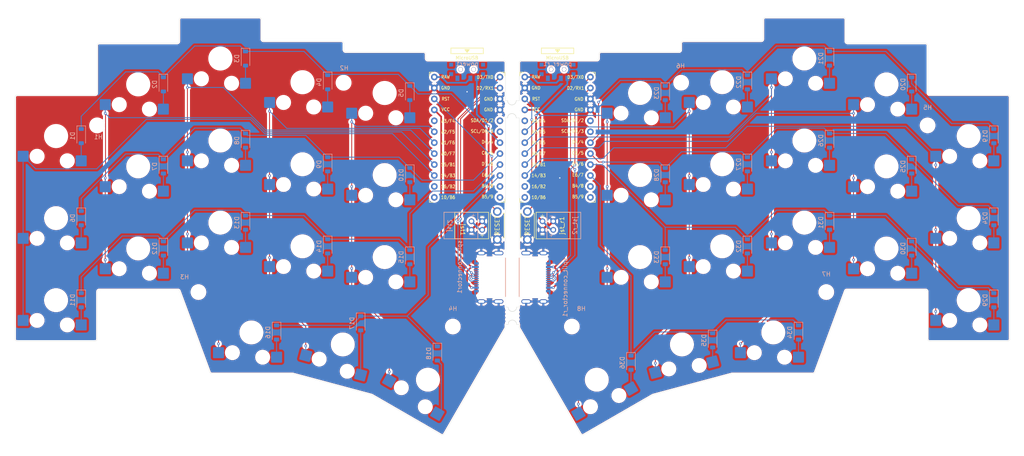
<source format=kicad_pcb>
(kicad_pcb (version 20241229) (generator "pcbnew") (generator_version "9.0")
  (layers (0 "F.Cu" signal) (2 "B.Cu" signal) (13 "F.Paste" user) (15 "B.Paste" user) (5 "F.SilkS" user "F.Silkscreen") (7 "B.SilkS" user "B.Silkscreen") (1 "F.Mask" user) (3 "B.Mask" user) (25 "Edge.Cuts" user))
  (net 0 "")
  (net 1 "battery+")
  (net 2 "battery+_r")
  (net 3 "GND")
  (net 4 "row0")
  (net 5 "col4")
  (net 7 "col0")
  (net 9 "col2")
  (net 10 "row1")
  (net 11 "row2")
  (net 13 "VCC")
  (net 15 "raw")
  (net 16 "reset")
  (net 18 "row3")
  (net 19 "col3")
  (net 22 "col1")
  (net 23 "reset_r")
  (net 26 "row1_r")
  (net 27 "row3_r")
  (net 29 "col4_r")
  (net 30 "raw_r")
  (net 32 "col2_r")
  (net 33 "row2_r")
  (net 34 "col0_r")
  (net 36 "col1_r")
  (net 37 "row0_r")
  (net 38 "VCC_r")
  (net 39 "col3_r")
  (net 42 "Net-(D1-A)")
  (net 43 "Net-(D2-A)")
  (net 44 "Net-(D3-A)")
  (net 45 "Net-(D4-A)")
  (net 46 "Net-(D5-A)")
  (net 47 "Net-(D6-A)")
  (net 48 "Net-(D7-A)")
  (net 49 "Net-(D8-A)")
  (net 50 "Net-(D9-A)")
  (net 51 "Net-(D10-A)")
  (net 52 "Net-(D11-A)")
  (net 53 "Net-(D12-A)")
  (net 54 "Net-(D13-A)")
  (net 55 "Net-(D14-A)")
  (net 56 "Net-(D15-A)")
  (net 57 "Net-(D16-A)")
  (net 58 "Net-(D17-A)")
  (net 59 "Net-(D18-A)")
  (net 60 "Net-(D19-A)")
  (net 61 "Net-(D20-A)")
  (net 62 "Net-(D21-A)")
  (net 63 "Net-(D22-A)")
  (net 64 "Net-(D23-A)")
  (net 65 "Net-(D24-A)")
  (net 66 "Net-(D25-A)")
  (net 67 "Net-(D26-A)")
  (net 68 "Net-(D27-A)")
  (net 69 "Net-(D28-A)")
  (net 70 "Net-(D29-A)")
  (net 71 "Net-(D30-A)")
  (net 72 "Net-(D31-A)")
  (net 73 "Net-(D32-A)")
  (net 74 "Net-(D33-A)")
  (net 75 "Net-(D34-A)")
  (net 76 "Net-(D35-A)")
  (net 77 "Net-(D36-A)")
  (net 80 "split_comms-")
  (net 81 "split_comms+")
  (net 82 "split_comms-_r")
  (net 83 "split_comms+_r")
  (net 88 "GND_r")
  (footprint "MountingHole:MountingHole_3.2mm_M3" (layer "F.Cu") (at 73.705659 116)
    (property "Reference" "H3")
    (property "Value" "MountingHole")
  )
  (footprint "kbd:ProMicro" (layer "F.Cu") (at 136.013859 80.553)
    (property "Reference" "controller1" (hide yes))
    (property "Value" "ProMicro" (hide yes))
  )
  (footprint "Panelization:MouseBite-Slot_2.0x2.0mm_inset_D0.5mm_P0.85mm_5h" (layer "F.Cu") (at 147.5 121.5 90)
    (property "Reference" "REF**" (hide yes))
    (property "Value" "MouseBite-Slot_2.0x2.0mm_inset_D0.5mm_P0.85mm_5h" (hide yes))
    (fp_arc (start -2 -2) (mid -1 -1) (end -2 0) (stroke (width 0.1)) (layer "Edge.Cuts"))
    (fp_arc (start 2 0) (mid 1 -1) (end 2 -2) (stroke (width 0.1)) (layer "Edge.Cuts"))
  )
  (footprint "MountingHole:MountingHole_3.2mm_M3" (layer "F.Cu") (at 107.3636 67.4)
    (property "Reference" "H2")
    (property "Value" "MountingHole")
  )
  (footprint "MountingHole:MountingHole_3.2mm_M3" (layer "F.Cu") (at 160.301886 123.999948)
    (property "Reference" "H8")
    (property "Value" "MountingHole")
  )
  (footprint "MountingHole:MountingHole_3.2mm_M3" (layer "F.Cu") (at 242.793945 77.302673)
    (property "Reference" "H5")
    (property "Value" "MountingHole")
  )
  (footprint "kbd:ProMicro" (layer "F.Cu") (at 156.9936 80.553)
    (property "Reference" "controller_r1" (hide yes))
    (property "Value" "ProMicro" (hide yes))
  )
  (footprint "jak:2-pin-jst" (layer "F.Cu") (at 139.513859 99.553 -90)
    (property "Reference" "jst1")
    (property "Value" "Conn_01x02")
  )
  (footprint "MountingHole:MountingHole_3.2mm_M3" (layer "F.Cu") (at 50.2136 77.302725)
    (property "Reference" "H1")
    (property "Value" "MountingHole")
  )
  (footprint "MountingHole:MountingHole_3.2mm_M3" (layer "F.Cu") (at 132.705659 124)
    (property "Reference" "H4")
    (property "Value" "MountingHole")
  )
  (footprint "jak:2-pin-jst" (layer "F.Cu") (at 153.4936 101.553 90)
    (property "Reference" "jst_r1")
    (property "Value" "Conn_01x02")
  )
  (footprint "MountingHole:MountingHole_3.2mm_M3" (layer "F.Cu") (at 185.643945 67.399948)
    (property "Reference" "H6")
    (property "Value" "MountingHole")
  )
  (footprint "kbd:ResetSW" (layer "F.Cu") (at 143.013859 100.553 90)
    (property "Reference" "RSW1" (hide yes))
    (property "Value" "SW_Push")
  )
  (footprint "MountingHole:MountingHole_3.2mm_M3" (layer "F.Cu") (at 219.301886 115.999948)
    (property "Reference" "H7")
    (property "Value" "MountingHole")
  )
  (footprint "kbd:ResetSW" (layer "F.Cu") (at 149.9936 100.553 -90)
    (property "Reference" "RSW2" (hide yes))
    (property "Value" "SW_Push")
  )
  (footprint "Panelization:MouseBite-Slot_2.0x2.0mm_inset_D0.5mm_P0.85mm_5h" (layer "F.Cu") (at 147.397906 73.553 90)
    (property "Reference" "REF**" (hide yes))
    (property "Value" "MouseBite-Slot_2.0x2.0mm_inset_D0.5mm_P0.85mm_5h" (hide yes))
    (fp_arc (start -2 -2) (mid -1 -1) (end -2 0) (stroke (width 0.1)) (layer "Edge.Cuts"))
    (fp_arc (start 2 0) (mid 1 -1) (end 2 -2) (stroke (width 0.1)) (layer "Edge.Cuts"))
  )
  (footprint "Diode_SMD:D_SOD-123" (layer "B.Cu") (at 91.8276 125.367725 -90)
    (property "Reference" "D16")
    (property "Value" "1N4148W")
  )
  (footprint "Gateron_KS33_Hotswap:Gateron-KS33-Hotswap-1U" (layer "B.Cu") (at 59.7386 86.827725 180)
    (property "Reference" "SW7")
    (property "Value" "SW_Push")
  )
  (footprint "Gateron_KS33_Hotswap:Gateron-KS33-Hotswap-1U" (layer "B.Cu") (at 126.9266 136.336725 150)
    (property "Reference" "SW18")
    (property "Value" "SW_Push")
  )
  (footprint "Diode_SMD:D_SOD-123" (layer "B.Cu") (at 181.956945 88.827673 -90)
    (property "Reference" "D28")
    (property "Value" "1N4148W")
  )
  (footprint "Gateron_KS33_Hotswap:Gateron-KS33-Hotswap-1U" (layer "B.Cu") (at 252.318945 98.827673 180)
    (property "Reference" "SW6_r1")
    (property "Value" "SW_Push")
  )
  (footprint "Diode_SMD:D_SOD-123" (layer "B.Cu") (at 181.956945 107.877673 -90)
    (property "Reference" "D33")
    (property "Value" "1N4148W")
  )
  (footprint "Diode_SMD:D_SOD-123" (layer "B.Cu") (at 220.056945 99.877673 -90)
    (property "Reference" "D31")
    (property "Value" "1N4148W")
  )
  (footprint "Diode_SMD:D_SOD-123" (layer "B.Cu") (at 65.5766 105.877725 -90)
    (property "Reference" "D12")
    (property "Value" "1N4148W")
  )
  (footprint "Diode_SMD:D_SOD-123" (layer "B.Cu") (at 239.106945 105.877673 -90)
    (property "Reference" "D30")
    (property "Value" "1N4148W")
  )
  (footprint "Gateron_KS33_Hotswap:Gateron-KS33-Hotswap-1U" (layer "B.Cu") (at 97.8386 67.277725 180)
    (property "Reference" "SW4")
    (property "Value" "SW_Push")
  )
  (footprint "Gateron_KS33_Hotswap:Gateron-KS33-Hotswap-1U" (layer "B.Cu") (at 195.168945 105.377673 180)
    (property "Reference" "SW14_r1")
    (property "Value" "SW_Push")
  )
  (footprint "Gateron_KS33_Hotswap:Gateron-KS33-Hotswap-1U" (layer "B.Cu") (at 207.017945 125.367673 180)
    (property "Reference" "SW16_r1")
    (property "Value" "SW_Push")
  )
  (footprint "jak:2-pin-jst" (layer "B.Cu") (at 155.9936 99.553 -90)
    (property "Reference" "jst_r2")
    (property "Value" "Conn_01x02")
  )
  (footprint "Gateron_KS33_Hotswap:Gateron-KS33-Hotswap-1U" (layer "B.Cu") (at 176.118945 107.877673 180)
    (property "Reference" "SW15_r1")
    (property "Value" "SW_Push")
  )
  (footprint "Diode_SMD:D_SOD-123" (layer "B.Cu") (at 84.6266 80.827725 -90)
    (property "Reference" "D8")
    (property "Value" "1N4148W")
  )
  (footprint "Gateron_KS33_Hotswap:Gateron-KS33-Hotswap-1U" (layer "B.Cu") (at 233.268945 86.827673 180)
    (property "Reference" "SW7_r1")
    (property "Value" "SW_Push")
  )
  (footprint "USB4505-03-0-A_REVA:GCT_USB4505-03-0-A_REVA" (layer "B.Cu") (at 143.3175 112.565 -90)
    (property "Reference" "split_connector1")
    (property "Value" "USB_C_Receptacle_USB2.0_14P")
    (fp_line (start -3.82 4.6) (end 3.82 4.6) (stroke (width 0.01)) (layer "Edge.Cuts"))
    (fp_line (start 4.62 4.6) (end 4.62 -1.6) (stroke (width 0.01)) (layer "Edge.Cuts"))
    (fp_line (start -6.52 -1.6) (end -4.62 -1.6) (stroke (width 0.01)) (layer "Edge.Cuts"))
    (fp_line (start -4.62 -1.6) (end -4.62 4.6) (stroke (width 0.01)) (layer "Edge.Cuts"))
    (fp_line (start 4.62 -1.6) (end 6.36 -1.6) (stroke (width 0.01)) (layer "Edge.Cuts"))
    (fp_arc (start -4.295 5) (mid -4.540343 4.86731) (end -4.62 4.6) (stroke (width 0.01)) (layer "Edge.Cuts"))
    (fp_arc (start 4.295 5) (mid 4.07451 4.92731) (end 3.97 4.72) (stroke (width 0.01)) (layer "Edge.Cuts"))
    (fp_arc (start -3.97 4.72) (mid -4.07451 4.92731) (end -4.295 5) (stroke (width 0.01)) (layer "Edge.Cuts"))
    (fp_arc (start -3.97 4.72) (mid -3.919853 4.628934) (end -3.82 4.6) (stroke (width 0.01)) (layer "Edge.Cuts"))
    (fp_arc (start 3.82 4.6) (mid 3.919853 4.628934) (end 3.97 4.72) (stroke (width 0.01)) (layer "Edge.Cuts"))
    (fp_arc (start 4.62 4.6) (mid 4.540343 4.86731) (end 4.295 5) (stroke (width 0.01)) (layer "Edge.Cuts"))
  )
  (footprint "Diode_SMD:D_SOD-123" (layer "B.Cu") (at 84.6266 61.777725 -90)
    (property "Reference" "D3")
    (property "Value" "1N4148W")
  )
  (footprint "Diode_SMD:D_SOD-123" (layer "B.Cu") (at 220.056945 80.827673 -90)
    (property "Reference" "D26")
    (property "Value" "1N4148W")
  )
  (footprint "Diode_SMD:D_SOD-123" (layer "B.Cu") (at 103.6766 105.377725 -90)
    (property "Reference" "D14")
    (property "Value" "1N4148W")
  )
  (footprint "Gateron_KS33_Hotswap:Gateron-KS33-Hotswap-1U" (layer "B.Cu") (at 116.8886 88.827725 180)
    (property "Reference" "SW10")
    (property "Value" "SW_Push")
  )
  (footprint "Diode_SMD:D_SOD-123" (layer "B.Cu") (at 258.156945 79.777673 -90)
    (property "Reference" "D19")
    (property "Value" "1N4148W")
  )
  (footprint "Diode_SMD:D_SOD-123" (layer "B.Cu") (at 46.5266 79.777725 -90)
    (property "Reference" "D1")
    (property "Value" "1N4148W")
  )
  (footprint "Kicad-Footprints:SPDT_C128955" (layer "B.Cu") (at 136.013859 64.303 180)
    (property "Reference" "power1")
    (property "Value" "SW_SPDT")
  )
  (footprint "USB4505-03-0-A_REVA:GCT_USB4505-03-0-A_REVA" (layer "B.Cu") (at 149.693 112.565 90)
    (property "Reference" "split_connector_r1")
    (property "Value" "USB_C_Receptacle_USB2.0_14P")
    (fp_line (start 4.62 -1.6) (end 6.36 -1.6) (stroke (width 0.01)) (layer "Edge.Cuts"))
    (fp_line (start -4.62 -1.6) (end -4.62 4.6) (stroke (width 0.01)) (layer "Edge.Cuts"))
    (fp_line (start -6.52 -1.6) (end -4.62 -1.6) (stroke (width 0.01)) (layer "Edge.Cuts"))
    (fp_line (start 4.62 4.6) (end 4.62 -1.6) (stroke (width 0.01)) (layer "Edge.Cuts"))
    (fp_line (start -3.82 4.6) (end 3.82 4.6) (stroke (width 0.01)) (layer "Edge.Cuts"))
    (fp_arc (start 4.62 4.6) (mid 4.540343 4.86731) (end 4.295 5) (stroke (width 0.01)) (layer "Edge.Cuts"))
    (fp_arc (start 3.82 4.6) (mid 3.919853 4.628934) (end 3.97 4.72) (stroke (width 0.01)) (layer "Edge.Cuts"))
    (fp_arc (start -3.97 4.72) (mid -3.919853 4.628934) (end -3.82 4.6) (stroke (width 0.01)) (layer "Edge.Cuts"))
    (fp_arc (start -3.97 4.72) (mid -4.07451 4.92731) (end -4.295 5) (stroke (width 0.01)) (layer "Edge.Cuts"))
    (fp_arc (start 4.295 5) (mid 4.07451 4.92731) (end 3.97 4.72) (stroke (width 0.01)) (layer "Edge.Cuts"))
    (fp_arc (start -4.295 5) (mid -4.540343 4.86731) (end -4.62 4.6) (stroke (width 0.01)) (layer "Edge.Cuts"))
  )
  (footprint "Gateron_KS33_Hotswap:Gateron-KS33-Hotswap-1U" (layer "B.Cu") (at 116.8886 69.777725 180)
    (property "Reference" "SW5")
    (property "Value" "SW_Push")
  )
  (footprint "Gateron_KS33_Hotswap:Gateron-KS33-Hotswap-1U" (layer "B.Cu") (at 78.7886 99.877725 180)
    (property "Reference" "SW13")
    (property "Value" "SW_Push")
  )
  (footprint "Diode_SMD:D_SOD-123" (layer "B.Cu") (at 212.855945 125.367673 -90)
    (property "Reference" "D34")
    (property "Value" "1N4148W")
  )
  (footprint "Gateron_KS33_Hotswap:Gateron-KS33-Hotswap-1U" (layer "B.Cu") (at 78.7886 61.777725 180)
    (property "Reference" "SW3")
    (property "Value" "SW_Push")
  )
  (footprint "Gateron_KS33_Hotswap:Gateron-KS33-Hotswap-1U" (layer "B.Cu") (at 185.826945 128.157673 -165)
    (property "Reference" "SW17_r1")
    (property "Value" "SW_Push")
  )
  (footprint "Gateron_KS33_Hotswap:Gateron-KS33-Hotswap-1U" (layer "B.Cu") (at 252.318945 117.877673 180)
    (property "Reference" "SW11_r1")
    (property "Value" "SW_Push")
  )
  (footprint "Diode_SMD:D_SOD-123" (layer "B.Cu") (at 122.7266 88.827725 -90)
    (property "Reference" "D10")
    (property "Value" "1N4148W")
  )
  (footprint "Diode_SMD:D_SOD-123" (layer "B.Cu") (at 201.006945 86.327673 -90)
    (property "Reference" "D27")
    (property "Value" "1N4148W")
  )
  (footprint "Diode_SMD:D_SOD-123" (layer "B.Cu") (at 122.7266 69.777725 -90)
    (property "Reference" "D5")
    (property "Value" "1N4148W")
  )
  (footprint "Gateron_KS33_Hotswap:Gateron-KS33-Hotswap-1U" (layer "B.Cu") (at 59.7386 105.877725 180)
    (property "Reference" "SW12")
    (property "Value" "SW_Push")
  )
  (footprint "Diode_SMD:D_SOD-123" (layer "B.Cu") (at 220.056945 61.777673 -90)
    (property "Reference" "D21")
    (property "Value" "1N4148W")
  )
  (footprint "Gateron_KS33_Hotswap:Gateron-KS33-Hotswap-1U" (layer "B.Cu") (at 85.9896 125.367725 180)
    (property "Reference" "SW16")
    (property "Value" "SW_Push")
  )
  (footprint "Diode_SMD:D_SOD-123" (layer "B.Cu") (at 103.6766 67.277725 -90)
    (property "Reference" "D4")
    (property "Value" "1N4148W")
  )
  (footprint "Diode_SMD:D_SOD-123" (layer "B.Cu") (at 181.956945 69.777673 -90)
    (property "Reference" "D23")
    (property "Value" "1N4148W")
  )
  (footprint "Gateron_KS33_Hotswap:Gateron-KS33-Hotswap-1U" (layer "B.Cu") (at 214.218945 61.777673 180)
    (property "Reference" "SW3_r1")
    (property "Value" "SW_Push")
  )
  (footprint "Gateron_KS33_Hotswap:Gateron-KS33-Hotswap-1U" (layer "B.Cu") (at 116.8886 107.877725 180)
    (property "Reference" "SW15")
    (property "Value" "SW_Push")
  )
  (footprint "Gateron_KS33_Hotswap:Gateron-KS33-Hotswap-1U" (layer "B.Cu") (at 176.118945 69.777673 180)
    (property "Reference" "SW5_r1")
    (property "Value" "SW_Push")
  )
  (footprint "Diode_SMD:D_SOD-123" (layer "B.Cu") (at 84.6266 99.877725 -90)
    (property "Reference" "D13")
    (property "Value" "1N4148W")
  )
  (footprint "Gateron_KS33_Hotswap:Gateron-KS33-Hotswap-1U" (layer "B.Cu") (at 40.6886 117.877725 180)
    (property "Reference" "SW11")
    (property "Value" "SW_Push")
  )
  (footprint "Gateron_KS33_Hotswap:Gateron-KS33-Hotswap-1U" (layer "B.Cu") (at 59.7386 67.777725 180)
    (property "Reference" "SW2")
    (property "Value" "SW_Push")
  )
  (footprint "Diode_SMD:D_SOD-123" (layer "B.Cu") (at 258.156945 117.877673 -90)
    (property "Reference" "D29")
    (property "Value" "1N4148W")
  )
  (footprint "Gateron_KS33_Hotswap:Gateron-KS33-Hotswap-1U" (layer "B.Cu") (at 233.268945 105.877673 180)
    (property "Reference" "SW12_r1")
    (property "Value" "SW_Push")
  )
  (footprint "Gateron_KS33_Hotswap:Gateron-KS33-Hotswap-1U" (layer "B.Cu") (at 195.168945 86.327673 180)
    (property "Reference" "SW9_r1")
    (property "Value" "SW_Push")
  )
  (footprint "Diode_SMD:D_SOD-123" (layer "B.Cu") (at 258.156945 98.827673 -90)
    (property "Reference" "D24")
    (property "Value" "1N4148W")
  )
  (footprint "Gateron_KS33_Hotswap:Gateron-KS33-Hotswap-1U" (layer "B.Cu") (at 97.8386 86.327725 180)
    (property "Reference" "SW9")
    (property "Value" "SW_Push")
  )
  (footprint "Gateron_KS33_Hotswap:Gateron-KS33-Hotswap-1U" (layer "B.Cu") (at 78.7886 80.827725 180)
    (property "Reference" "SW8")
    (property "Value" "SW_Push")
  )
  (footprint "Diode_SMD:D_SOD-123" (layer "B.Cu") (at 174.010944 132.397673 -90)
    (property "Reference" "D36")
    (property "Value" "1N4148W")
  )
  (footprint "Gateron_KS33_Hotswap:Gateron-KS33-Hotswap-1U" (layer "B.Cu") (at 214.218945 99.877673 180)
    (property "Reference" "SW13_r1")
    (property "Value" "SW_Push")
  )
  (footprint "Kicad-Footprints:SPDT_C128955" (layer "B.Cu") (at 156.9936 64.303 180)
    (property "Reference" "power_r1")
    (property "Value" "SW_SPDT")
  )
  (footprint "Gateron_KS33_Hotswap:Gateron-KS33-Hotswap-1U" (layer "B.Cu") (at 107.1806 128.157725 165)
    (property "Reference" "SW17")
    (property "Value" "SW_Push")
  )
  (footprint "Diode_SMD:D_SOD-123" (layer "B.Cu") (at 201.006945 105.377673 -90)
    (property "Reference" "D32")
    (property "Value" "1N4148W")
  )
  (footprint "Gateron_KS33_Hotswap:Gateron-KS33-Hotswap-1U" (layer "B.Cu") (at 40.6886 98.827725 180)
    (property "Reference" "SW6")
    (property "Value" "SW_Push")
  )
  (footprint "Gateron_KS33_Hotswap:Gateron-KS33-Hotswap-1U" (layer "B.Cu") (at 166.080521 136.336777 -150)
    (property "Reference" "SW18_r1")
    (property "Value" "SW_Push")
  )
  (footprint "Diode_SMD:D_SOD-123" (layer "B.Cu") (at 111.330983 123.222655 -90)
    (property "Reference" "D17")
    (property "Value" "1N4148W")
  )
  (footprint "Diode_SMD:D_SOD-123" (layer "B.Cu") (at 65.5766 67.777725 -90)
    (property "Reference" "D2")
    (property "Value" "1N4148W")
  )
  (footprint "Diode_SMD:D_SOD-123" (layer "B.Cu") (at 122.7266 107.877725 -90)
    (property "Reference" "D15")
    (property "Value" "1N4148W")
  )
  (footprint "Gateron_KS33_Hotswap:Gateron-KS33-Hotswap-1U" (layer "B.Cu") (at 214.218945 80.827673 180)
    (property "Reference" "SW8_r1")
    (property "Value" "SW_Push")
  )
  (footprint "Diode_SMD:D_SOD-123" (layer "B.Cu") (at 192.953747 127.20089 -90)
    (property "Reference" "D35")
    (property "Value" "1N4148W")
  )
  (footprint "Gateron_KS33_Hotswap:Gateron-KS33-Hotswap-1U" (layer "B.Cu") (at 252.318945 79.777673 180)
    (property "Reference" "SW1_r1")
    (property "Value" "SW_Push")
  )
  (footprint "Diode_SMD:D_SOD-123" (layer "B.Cu") (at 46.5266 98.827725 -90)
    (property "Reference" "D6")
    (property "Value" "1N4148W")
  )
  (footprint "Diode_SMD:D_SOD-123" (layer "B.Cu") (at 129.107024 130.235122 -90)
    (property "Reference" "D18")
    (property "Value" "1N4148W")
  )
  (footprint "Gateron_KS33_Hotswap:Gateron-KS33-Hotswap-1U" (layer "B.Cu") (at 40.6886 79.777725 180)
    (property "Reference" "SW1")
    (property "Value" "SW_Push")
  )
  (footprint "Diode_SMD:D_SOD-123" (layer "B.Cu") (at 103.6766 86.327725 -90)
    (property "Reference" "D9")
    (property "Value" "1N4148W")
  )
  (footprint "Diode_SMD:D_SOD-123" (layer "B.Cu") (at 239.106945 67.777673 -90)
    (property "Reference" "D20")
    (property "Value" "1N4148W")
  )
  (footprint "jak:2-pin-jst" (layer "B.Cu") (at 137.013859 101.553 90)
    (property "Reference" "jst2")
    (property "Value" "Conn_01x02")
  )
  (footprint "Gateron_KS33_Hotswap:Gateron-KS33-Hotswap-1U" (layer "B.Cu") (at 97.8386 105.377725 180)
    (property "Reference" "SW14")
    (property "Value" "SW_Push")
  )
  (footprint "Diode_SMD:D_SOD-123" (layer "B.Cu") (at 65.5766 86.827725 -90)
    (property "Reference" "D7")
    (property "Value" "1N4148W")
  )
  (footprint "Diode_SMD:D_SOD-123" (layer "B.Cu") (at 239.106945 86.827673 -90)
    (property "Reference" "D25")
    (property "Value" "1N4148W")
  )
  (footprint "Gateron_KS33_Hotswap:Gateron-KS33-Hotswap-1U" (layer "B.Cu") (at 195.168945 67.277673 180)
    (property "Reference" "SW4_r1")
    (property "Value" "SW_Push")
  )
  (footprint "Gateron_KS33_Hotswap:Gateron-KS33-Hotswap-1U" (layer "B.Cu") (at 233.268945 67.777673 180)
    (property "Reference" "SW2_r1")
    (property "Value" "SW_Push")
  )
  (footprint "Gateron_KS33_Hotswap:Gateron-KS33-Hotswap-1U" (layer "B.Cu") (at 176.118945 88.827673 180)
    (property "Reference" "SW10_r1")
    (property "Value" "SW_Push")
  )
  (footprint "Diode_SMD:D_SOD-123" (layer "B.Cu") (at 46.5266 117.877725 -90)
    (property "Reference" "D11")
    (property "Value" "1N4148W")
  )
  (footprint "Diode_SMD:D_SOD-123" (layer "B.Cu") (at 201.006945 67.277673 -90)
    (property "Reference" "D22")
    (property "Value" "1N4148W")
  )
  (gr_arc (start 243.293945 127.402673) (mid 242.940372 127.256241) (end 242.793945 126.902673) (stroke (width 0.05)) (layer "Edge.Cuts"))
  (gr_line (start 261.843945 126.902673) (end 261.843945 70.752673) (stroke (width 0.05)) (layer "Edge.Cuts"))
  (gr_arc (start 148.093945 62.752673) (mid 148.240433 62.399182) (end 148.593945 62.252673) (stroke (width 0.05)) (layer "Edge.Cuts"))
  (gr_arc (start 224.243945 58.252673) (mid 223.890372 58.106241) (end 223.743945 57.752673) (stroke (width 0.05)) (layer "Edge.Cuts"))
  (gr_arc (start 185.643945 58.252673) (mid 185.790433 57.899182) (end 186.143945 57.752673) (stroke (width 0.05)) (layer "Edge.Cuts"))
  (gr_line (start 107.3636 58.252725) (end 107.3636 59.752725) (stroke (width 0.05)) (layer "Edge.Cuts"))
  (gr_arc (start 223.623234 115.729387) (mid 223.806451 115.492394) (end 224.092245 115.402673) (stroke (width 0.05)) (layer "Edge.Cuts"))
  (gr_arc (start 144.9136 124.098352) (mid 144.896588 124.22777) (end 144.846613 124.348352) (stroke (width 0.05)) (layer "Edge.Cuts"))
  (gr_line (start 204.193945 57.752673) (end 186.143945 57.752673) (stroke (width 0.05)) (layer "Edge.Cuts"))
  (gr_arc (start 130.66299 148.915108) (mid 130.359386 149.148079) (end 129.979981 149.098122) (stroke (width 0.05)) (layer "Edge.Cuts"))
  (gr_arc (start 50.2136 115.902725) (mid 50.36004 115.54917) (end 50.7136 115.402725) (stroke (width 0.05)) (layer "Edge.Cuts"))
  (gr_arc (start 69.2636 52.752725) (mid 69.41004 52.39917) (end 69.7636 52.252725) (stroke (width 0.05)) (layer "Edge.Cuts"))
  (gr_arc (start 76.812896 134.892729) (mid 76.527073 134.803037) (end 76.34389 134.566015) (stroke (width 0.05)) (layer "Edge.Cuts"))
  (gr_line (start 148.093945 124.095402) (end 148.093945 123.5) (stroke (width 0.05)) (layer "Edge.Cuts"))
  (gr_line (start 49.7136 127.402725) (end 31.6636 127.402725) (stroke (width 0.05)) (layer "Edge.Cuts"))
  (gr_arc (start 148.160932 124.3483) (mid 148.110966 124.227715) (end 148.093945 124.0983) (stroke (width 0.05)) (layer "Edge.Cuts"))
  (gr_arc (start 163.027564 149.09807) (mid 162.648174 149.148002) (end 162.344555 148.915056) (stroke (width 0.05)) (layer "Edge.Cuts"))
  (gr_line (start 204.693945 52.752673) (end 204.693945 57.252673) (stroke (width 0.05)) (layer "Edge.Cuts"))
  (gr_arc (start 125.9136 60.252725) (mid 126.267153 60.399182) (end 126.4136 60.752725) (stroke (width 0.05)) (layer "Edge.Cuts"))
  (gr_line (start 242.793945 69.752673) (end 242.793945 58.752673) (stroke (width 0.05)) (layer "Edge.Cuts"))
  (gr_arc (start 216.663655 134.565963) (mid 216.480439 134.802934) (end 216.194649 134.892677) (stroke (width 0.05)) (layer "Edge.Cuts"))
  (gr_arc (start 204.693945 57.252673) (mid 204.54754 57.606289) (end 204.193945 57.752673) (stroke (width 0.05)) (layer "Edge.Cuts"))
  (gr_arc (start 107.8636 60.252725) (mid 107.510047 60.106288) (end 107.3636 59.752725) (stroke (width 0.05)) (layer "Edge.Cuts"))
  (gr_arc (start 87.8136 52.252725) (mid 88.167153 52.399182) (end 88.3136 52.752725) (stroke (width 0.05)) (layer "Edge.Cuts"))
  (gr_arc (start 242.293945 115.402673) (mid 242.647479 115.549134) (end 242.793945 115.902673) (stroke (width 0.05)) (layer "Edge.Cuts"))
  (gr_line (start 68.9153 115.402725) (end 50.7136 115.402725) (stroke (width 0.05)) (layer "Edge.Cuts"))
  (gr_arc (start 185.643945 59.752673) (mid 185.49754 60.106289) (end 185.143945 60.252673) (stroke (width 0.05)) (layer "Edge.Cuts"))
  (gr_arc (start 113.851553 139.806207) (mid 113.913485 139.827227) (end 113.972141 139.856156) (stroke (width 0.05)) (layer "Edge.Cuts"))
  (gr_line (start 113.851553 139.806207) (end 95.578485 134.909953) (stroke (width 0.05)) (layer "Edge.Cuts"))
  (gr_line (start 126.9136 62.252725) (end 144.4136 62.252725) (stroke (width 0.05)) (layer "Edge.Cuts"))
  (gr_line (start 144.9175 118.925) (end 144.9175 119.5) (stroke (width 0.05)) (layer "Edge.Cuts"))
  (gr_line (start 69.7636 52.252725) (end 87.8136 52.252725) (stroke (width 0.05)) (layer "Edge.Cuts"))
  (gr_line (start 49.7136 70.252725) (end 31.6636 70.252725) (stroke (width 0.05)) (layer "Edge.Cuts"))
  (gr_line (start 145.397906 75.553) (end 144.913496 75.553) (stroke (width 0.05)) (layer "Edge.Cuts"))
  (gr_line (start 185.643945 58.252673) (end 185.643945 59.752673) (stroke (width 0.05)) (layer "Edge.Cuts"))
  (gr_arc (start 106.8636 57.752725) (mid 107.217153 57.899182) (end 107.3636 58.252725) (stroke (width 0.05)) (layer "Edge.Cuts"))
  (gr_arc (start 261.843945 126.902673) (mid 261.69754 127.256289) (end 261.343945 127.402673) (stroke (width 0.05)) (layer "Edge.Cuts"))
  (gr_arc (start 243.293945 70.252673) (mid 242.940372 70.106241) (end 242.793945 69.752673) (stroke (width 0.05)) (layer "Edge.Cuts"))
  (gr_arc (start 31.1636 70.752725) (mid 31.31004 70.39917) (end 31.6636 70.252725) (stroke (width 0.05)) (layer "Edge.Cuts"))
  (gr_line (start 224.092245 115.402673) (end 242.293945 115.402673) (stroke (width 0.05)) (layer "Edge.Cuts"))
  (gr_arc (start 50.2136 69.752725) (mid 50.067147 70.106277) (end 49.7136 70.252725) (stroke (width 0.05)) (layer "Edge.Cuts"))
  (gr_line (start 185.143945 60.252673) (end 167.093945 60.252673) (stroke (width 0.05)) (layer "Edge.Cuts"))
  (gr_arc (start 50.2136 58.752725) (mid 50.36004 58.39917) (end 50.7136 58.252725) (stroke (width 0.05)) (layer "Edge.Cuts"))
  (gr_arc (start 69.2636 57.752725) (mid 69.117147 58.106277) (end 68.7636 58.252725) (stroke (width 0.05)) (layer "Edge.Cuts"))
  (gr_arc (start 242.293945 58.252673) (mid 242.647479 58.399134) (end 242.793945 58.752673) (stroke (width 0.05)) (layer "Edge.Cuts"))
  (gr_arc (start 223.243945 52.252673) (mid 223.597479 52.399134) (end 223.743945 52.752673) (stroke (width 0.05)) (layer "Edge.Cuts"))
  (gr_line (start 243.293945 127.402673) (end 261.343945 127.402673) (stroke (width 0.05)) (layer "Edge.Cuts"))
  (gr_line (start 129.979981 149.098122) (end 113.972141 139.856156) (stroke (width 0.05)) (layer "Edge.Cuts"))
  (gr_line (start 148.160932 124.3483) (end 162.344555 148.914934) (stroke (width 0.05)) (layer "Edge.Cuts"))
  (gr_arc (start 68.9153 115.402725) (mid 69.201109 115.492455) (end 69.384311 115.729439) (stroke (width 0.05)) (layer "Edge.Cuts"))
  (gr_line (start 145.5 119.5) (end 144.9175 119.5) (stroke (width 0.05)) (layer "Edge.Cuts"))
  (gr_line (start 148.093 119.5) (end 147.5 119.5) (stroke (width 0.05)) (layer "Edge.Cuts"))
  (gr_line (start 197.558464 134.892864) (end 216.194649 134.892677) (stroke (width 0.05)) (layer "Edge.Cuts"))
  (gr_arc (start 126.9136 62.252725) (mid 126.560047 62.106288) (end 126.4136 61.752725) (stroke (width 0.05)) (layer "Edge.Cuts"))
  (gr_line (start 223.243945 52.252673) (end 205.193945 52.252673) (stroke (width 0.05)) (layer "Edge.Cuts"))
  (gr_line (start 31.1636 126.902725) (end 31.1636 70.752725) (stroke (width 0.05)) (layer "Edge.Cuts"))
  (gr_arc (start 179.035404 139.856104) (mid 179.094061 139.827177) (end 179.155992 139.806155) (stroke (width 0.05)) (layer "Edge.Cuts"))
  (gr_arc (start 261.343945 70.252673) (mid 261.697479 70.399134) (end 261.843945 70.752673) (stroke (width 0.05)) (layer "Edge.Cuts"))
  (gr_arc (start 197.42906 134.909901) (mid 197.493204 134.897146) (end 197.558464 134.892864) (stroke (width 0.05)) (layer "Edge.Cuts"))
  (gr_arc (start 204.693945 52.752673) (mid 204.840404 52.399153) (end 205.193945 52.252673) (stroke (width 0.05)) (layer "Edge.Cuts"))
  (gr_line (start 145.397906 71.553) (end 144.9136 71.553) (stroke (width 0.05)) (layer "Edge.Cuts"))
  (gr_line (start 147.397906 75.553) (end 148.093772 75.553) (stroke (width 0.05)) (layer "Edge.Cuts"))
  (gr_line (start 242.793945 115.902673) (end 242.793945 126.902673) (stroke (width 0.05)) (layer "Edge.Cuts"))
  (gr_line (start 166.093945 62.252673) (end 148.593945 62.252673) (stroke (width 0.05)) (layer "Edge.Cuts"))
  (gr_line (start 130.66299 148.915108) (end 144.846613 124.348352) (stroke (width 0.05)) (layer "Edge.Cuts"))
  (gr_line (start 144.9136 124.098352) (end 144.9136 123.5) (stroke (width 0.05)) (layer "Edge.Cuts"))
  (gr_line (start 76.34389 134.566015) (end 69.384311 115.729439) (stroke (width 0.05)) (layer "Edge.Cuts"))
  (gr_line (start 261.343945 70.252673) (end 243.293945 70.252673) (stroke (width 0.05)) (layer "Edge.Cuts"))
  (gr_line (start 107.8636 60.252725) (end 125.9136 60.252725) (stroke (width 0.05)) (layer "Edge.Cuts"))
  (gr_line (start 95.449081 134.892916) (end 76.812896 134.892729) (stroke (width 0.05)) (layer "Edge.Cuts"))
  (gr_line (start 242.293945 58.252673) (end 224.243945 58.252673) (stroke (width 0.05)) (layer "Edge.Cuts"))
  (gr_line (start 50.2136 115.902725) (end 50.2136 126.902725) (stroke (width 0.05)) (layer "Edge.Cuts"))
  (gr_line (start 163.027564 149.09807) (end 179.035404 139.856104) (stroke (width 0.05)) (layer "Edge.Cuts"))
  (gr_arc (start 88.8136 57.752725) (mid 88.460047 57.606288) (end 88.3136 57.252725) (stroke (width 0.05)) (layer "Edge.Cuts"))
  (gr_arc (start 144.4136 62.252725) (mid 144.767153 62.399182) (end 144.9136 62.752725) (stroke (width 0.05)) (layer "Edge.Cuts"))
  (gr_line (start 69.2636 57.752725) (end 69.2636 52.752725) (stroke (width 0.05)) (layer "Edge.Cuts"))
  (gr_arc (start 166.593945 61.752673) (mid 166.44754 62.106289) (end 166.093945 62.252673) (stroke (width 0.05)) (layer "Edge.Cuts"))
  (gr_line (start 148.093 106.205) (end 148.093772 75.553) (stroke (width 0.05)) (layer "Edge.Cuts"))
  (gr_arc (start 166.593945 60.752673) (mid 166.740433 60.399182) (end 167.093945 60.252673) (stroke (width 0.05)) (layer "Edge.Cuts"))
  (gr_arc (start 95.449081 134.892916) (mid 95.514342 134.897194) (end 95.578485 134.909953) (stroke (width 0.05)) (layer "Edge.Cuts"))
  (gr_line (start 50.2136 69.752725) (end 50.2136 58.752725) (stroke (width 0.05)) (layer "Edge.Cuts"))
  (gr_line (start 166.593945 60.752673) (end 166.593945 61.752673) (stroke (width 0.05)) (layer "Edge.Cuts"))
  (gr_line (start 223.743945 57.752673) (end 223.743945 52.752673) (stroke (width 0.05)) (layer "Edge.Cuts"))
  (gr_line (start 147.5 123.5) (end 148.093945 123.5) (stroke (width 0.05)) (layer "Edge.Cuts"))
  (gr_arc (start 50.2136 126.902725) (mid 50.067147 127.256277) (end 49.7136 127.402725) (stroke (width 0.05)) (layer "Edge.Cuts"))
  (gr_arc (start 31.6636 127.402725) (mid 31.310047 127.256288) (end 31.1636 126.902725) (stroke (width 0.05)) (layer "Edge.Cuts"))
  (gr_line (start 216.663655 134.565963) (end 223.623234 115.729387) (stroke (width 0.05)) (layer "Edge.Cuts"))
  (gr_line (start 145.5 123.5) (end 144.9136 123.5) (stroke (width 0.05)) (layer "Edge.Cuts"))
  (gr_line (start 148.093946 62.752673) (end 148.093935 71.553) (stroke (width 0.05)) (layer "Edge.Cuts"))
  (gr_line (start 144.9136 62.752725) (end 144.9136 71.553) (stroke (width 0.05)) (layer "Edge.Cuts"))
  (gr_line (start 148.093 119.085) (end 148.093 119.5) (stroke (width 0.05)) (layer "Edge.Cuts"))
  (gr_line (start 179.155992 139.806155) (end 197.42906 134.909901) (stroke (width 0.05)) (layer "Edge.Cuts"))
  (gr_line (start 144.9175 106.045) (end 144.913496 75.553) (stroke (width 0.05)) (layer "Edge.Cuts"))
  (gr_line (start 88.8136 57.752725) (end 106.8636 57.752725) (stroke (width 0.05)) (layer "Edge.Cuts"))
  (gr_line (start 50.7136 58.252725) (end 68.7636 58.252725) (stroke (width 0.05)) (layer "Edge.Cuts"))
  (gr_line (start 147.397906 71.553) (end 148.093935 71.553) (stroke (width 0.05)) (layer "Edge.Cuts"))
  (gr_line (start 88.3136 52.752725) (end 88.3136 57.252725) (stroke (width 0.05)) (layer "Edge.Cuts"))
  (gr_line (start 126.4136 60.752725) (end 126.4136 61.752725) (stroke (width 0.05)) (layer "Edge.Cuts"))
  (gr_text "+" (at 138.810054 103.377434 0) (layer "F.SilkS") (effects (font (size 1 1) (thickness 0.1)) (justify left bottom)))
  (gr_text "-" (at 138.810054 98.877434 0) (layer "F.SilkS") (effects (font (size 1 1) (thickness 0.1)) (justify left bottom)))
  (gr_text "-" (at 152.804823 103.294644 0) (layer "F.SilkS") (effects (font (size 1 1) (thickness 0.1)) (justify left bottom)))
  (gr_text "+" (at 152.804823 98.794644 0) (layer "F.SilkS") (effects (font (size 1 1) (thickness 0.1)) (justify left bottom)))
  (gr_text "-" (at 156.207356 98.84503 -0) (layer "B.SilkS") (effects (font (size 1 1) (thickness 0.1)) (justify left bottom mirror)))
  (gr_text "+" (at 138.153015 98.71336 -0) (layer "B.SilkS") (effects (font (size 1 1) (thickness 0.1)) (justify left bottom mirror)))
  (gr_text "+" (at 156.207356 103.34503 -0) (layer "B.SilkS") (effects (font (size 1 1) (thickness 0.1)) (justify left bottom mirror)))
  (gr_text "-" (at 138.153015 103.21336 -0) (layer "B.SilkS") (effects (font (size 1 1) (thickness 0.1)) (justify left bottom mirror)))
  (segment (start 141 100.06686) (end 141 85) (width 0.4) (layer "F.Cu") (net 1))
  (segment (start 139.513859 101.553001) (end 141 100.06686) (width 0.4) (layer "F.Cu") (net 1))
  (segment (start 141 85) (end 141 77.5) (width 0.4) (layer "F.Cu") (net 1))
  (via (at 141 77.5) (size 0.6) (drill 0.3) (layers "F.Cu" "B.Cu") (net 1))
  (segment (start 139.013861 101.553001) (end 137.013859 99.552999) (width 0.4) (layer "B.Cu") (net 1))
  (segment (start 138.263859 74.763859) (end 138.263859 66.378) (width 0.4) (layer "B.Cu") (net 1))
  (segment (start 139.513859 101.553001) (end 139.013861 101.553001) (width 0.4) (layer "B.Cu") (net 1))
  (segment (start 141 77.5) (end 138.263859 74.763859) (width 0.4) (layer "B.Cu") (net 1))
  (segment (start 152 75) (end 152 98.059399) (width 0.4) (layer "F.Cu") (net 2))
  (segment (start 152 98.059399) (end 153.4936 99.552999) (width 0.4) (layer "F.Cu") (net 2))
  (via (at 152 75) (size 0.6) (drill 0.3) (layers "F.Cu" "B.Cu") (net 2))
  (segment (start 152 75) (end 159.2436 67.7564) (width 0.4) (layer "B.Cu") (net 2))
  (segment (start 159.2436 67.7564) (end 159.2436 66.378) (width 0.4) (layer "B.Cu") (net 2))
  (segment (start 155.9936 101.553001) (end 155.493602 101.553001) (width 0.4) (layer "B.Cu") (net 2))
  (segment (start 155.493602 101.553001) (end 153.4936 99.552999) (width 0.4) (layer "B.Cu") (net 2))
  (via (at 136 69.5) (size 0.6) (drill 0.3) (layers "F.Cu" "B.Cu") (net 3))
  (segment (start 138.555 106.945) (end 137.866286 107.633714) (width 0.4) (layer "B.Cu") (net 3))
  (segment (start 139.3175 106.945) (end 138.555 106.945) (width 0.4) (layer "B.Cu") (net 3))
  (segment (start 137.866286 109.063786) (end 138.1675 109.365) (width 0.4) (layer "B.Cu") (net 3))
  (segment (start 137.864383 117.364383) (end 137.864383 116.068117) (width 0.4) (layer "B.Cu") (net 3))
  (segment (start 137.866286 107.633714) (end 137.866286 109.063786) (width 0.4) (layer "B.Cu") (net 3))
  (segment (start 138.685 118.185) (end 137.864383 117.364383) (width 0.4) (layer "B.Cu") (net 3))
  (segment (start 139.3175 118.185) (end 138.685 118.185) (width 0.4) (layer "B.Cu") (net 3))
  (segment (start 56.838036 64.876725) (end 64.3256 64.876725) (width 0.2) (layer "B.Cu") (net 4))
  (segment (start 84.6266 60.127725) (end 98.1766 60.127725) (width 0.2) (layer "B.Cu") (net 4))
  (segment (start 124.598875 70) (end 132.310259 70) (width 0.2) (layer "B.Cu") (net 4))
  (segment (start 98.1766 60.127725) (end 103.6766 65.627725) (width 0.2) (layer "B.Cu") (net 4))
  (segment (start 65.5766 66.127725) (end 72.8276 58.876725) (width 0.2) (layer "B.Cu") (net 4))
  (segment (start 46.5266 78.127725) (end 46.5266 75.188161) (width 0.2) (layer "B.Cu") (net 4))
  (segment (start 46.5266 75.188161) (end 56.838036 64.876725) (width 0.2) (layer "B.Cu") (net 4))
  (segment (start 103.855325 65.449) (end 120.047875 65.449) (width 0.2) (layer "B.Cu") (net 4))
  (segment (start 120.047875 65.449) (end 122.7266 68.127725) (width 0.2) (layer "B.Cu") (net 4))
  (segment (start 122.7266 68.127725) (end 124.598875 70) (width 0.2) (layer "B.Cu") (net 4))
  (segment (start 132.310259 70) (end 143.625259 81.315) (width 0.2) (layer "B.Cu") (net 4))
  (segment (start 83.3756 58.876725) (end 84.6266 60.127725) (width 0.2) (layer "B.Cu") (net 4))
  (segment (start 64.3256 64.876725) (end 65.5766 66.127725) (width 0.2) (layer "B.Cu") (net 4))
  (segment (start 103.6766 65.627725) (end 103.855325 65.449) (width 0.2) (layer "B.Cu") (net 4))
  (segment (start 72.8276 58.876725) (end 83.3756 58.876725) (width 0.2) (layer "B.Cu") (net 4))
  (segment (start 109.2511 115.656841) (end 109.2511 110.5) (width 0.2) (layer "F.Cu") (net 5))
  (segment (start 109.2511 76.5) (end 109.2511 93.527725) (width 0.2) (layer "F.Cu") (net 5))
  (segment (start 117.96233 124.368071) (end 109.2511 115.656841) (width 0.2) (layer "F.Cu") (net 5))
  (segment (start 109.2511 93.527725) (end 109.2511 110.5) (width 0.2) (layer "F.Cu") (net 5))
  (segment (start 117.96233 134.5) (end 117.96233 124.368071) (width 0.2) (layer "F.Cu") (net 5))
  (via (at 117.96233 134.5) (size 0.6) (drill 0.3) (layers "F.Cu" "B.Cu") (net 5))
  (via (at 109.2511 91.5) (size 0.6) (drill 0.3) (layers "F.Cu" "B.Cu") (net 5))
  (via (at 109.2511 110.5) (size 0.6) (drill 0.3) (layers "F.Cu" "B.Cu") (net 5))
  (via (at 109.2511 76.5) (size 0.6) (drill 0.3) (layers "F.Cu" "B.Cu") (net 5))
  (segment (start 127.130259 77.5) (end 128.405259 78.775) (width 0.2) (layer "B.Cu") (net 5))
  (segment (start 109.2511 112.577725) (end 109.2511 110.5) (width 0.2) (layer "B.Cu") (net 5))
  (segment (start 109.2511 74.477725) (end 109.2511 76.5) (width 0.2) (layer "B.Cu") (net 5))
  (segment (start 110.2511 77.5) (end 127.130259 77.5) (width 0.2) (layer "B.Cu") (net 5))
  (segment (start 109.2511 93.527725) (end 109.2511 91.5) (width 0.2) (layer "B.Cu") (net 5))
  (segment (start 109.2511 76.5) (end 110.2511 77.5) (width 0.2) (layer "B.Cu") (net 5))
  (segment (start 117.96233 134.5) (end 117.96233 136.588295) (width 0.2) (layer "B.Cu") (net 5))
  (segment (start 61.599 75.901) (end 85.7668 75.901) (width 0.2) (layer "B.Cu") (net 7))
  (segment (start 33.0511 103.527725) (end 33.0511 84.477725) (width 0.2) (layer "B.Cu") (net 7))
  (segment (start 50.121275 87.378725) (end 61.599 75.901) (width 0.2) (layer "B.Cu") (net 7))
  (segment (start 89.0688 79.203) (end 118.673259 79.203) (width 0.2) (layer "B.Cu") (net 7))
  (segment (start 33.0511 84.477725) (end 35.9521 87.378725) (width 0.2) (layer "B.Cu") (net 7))
  (segment (start 35.9521 87.378725) (end 50.121275 87.378725) (width 0.2) (layer "B.Cu") (net 7))
  (segment (start 85.7668 75.901) (end 89.0688 79.203) (width 0.2) (layer "B.Cu") (net 7))
  (segment (start 33.0511 122.577725) (end 33.0511 103.527725) (width 0.2) (layer "B.Cu") (net 7))
  (segment (start 118.673259 79.203) (end 128.405259 88.935) (width 0.2) (layer "B.Cu") (net 7))
  (segment (start 71.1511 108.556841) (end 78.3521 115.757841) (width 0.2) (layer "F.Cu") (net 9))
  (segment (start 71.1511 102.5) (end 71.1511 85.527725) (width 0.2) (layer "F.Cu") (net 9))
  (segment (start 71.1511 85.527725) (end 71.1511 68.5) (width 0.2) (layer "F.Cu") (net 9))
  (segment (start 78.3521 115.757841) (end 78.3521 128) (width 0.2) (layer "F.Cu") (net 9))
  (segment (start 71.1511 102.5) (end 71.1511 108.556841) (width 0.2) (layer "F.Cu") (net 9))
  (via (at 71.1511 102.5) (size 0.6) (drill 0.3) (layers "F.Cu" "B.Cu") (net 9))
  (via (at 78.3521 128) (size 0.6) (drill 0.3) (layers "F.Cu" "B.Cu") (net 9))
  (via (at 71.1511 83.5) (size 0.6) (drill 0.3) (layers "F.Cu" "B.Cu") (net 9))
  (via (at 71.1511 68.5) (size 0.6) (drill 0.3) (layers "F.Cu" "B.Cu") (net 9))
  (segment (start 71.1511 66.477725) (end 71.1511 68.5) (width 0.2) (layer "B.Cu") (net 9))
  (segment (start 78.3521 128) (end 78.3521 130.067725) (width 0.2) (layer "B.Cu") (net 9))
  (segment (start 89.401 78.401) (end 122.951259 78.401) (width 0.2) (layer "B.Cu") (net 9))
  (segment (start 71.1511 104.577725) (end 71.1511 102.5) (width 0.2) (layer "B.Cu") (net 9))
  (segment (start 71.1511 83.5) (end 71.1511 85.527725) (width 0.2) (layer "B.Cu") (net 9))
  (segment (start 122.951259 78.401) (end 128.405259 83.855) (width 0.2) (layer "B.Cu") (net 9))
  (segment (start 79.5 68.5) (end 89.401 78.401) (width 0.2) (layer "B.Cu") (net 9))
  (segment (start 71.1511 68.5) (end 79.5 68.5) (width 0.2) (layer "B.Cu") (net 9))
  (segment (start 72.8276 77.926725) (end 83.3756 77.926725) (width 0.2) (layer "B.Cu") (net 10))
  (segment (start 122.7266 87.177725) (end 125.548875 90) (width 0.2) (layer "B.Cu") (net 10))
  (segment (start 56.817591 83.926725) (end 60.426725 83.926725) (width 0.2) (layer "B.Cu") (net 10))
  (segment (start 65.5766 85.177725) (end 72.8276 77.926725) (width 0.2) (layer "B.Cu") (net 10))
  (segment (start 84.6266 79.177725) (end 85.052875 79.604) (width 0.2) (layer "B.Cu") (net 10))
  (segment (start 83.3756 77.926725) (end 84.6266 79.177725) (width 0.2) (layer "B.Cu") (net 10))
  (segment (start 46.5266 94.217716) (end 56.817591 83.926725) (width 0.2) (layer "B.Cu") (net 10))
  (segment (start 137.480259 90) (end 143.625259 83.855) (width 0.2) (layer "B.Cu") (net 10))
  (segment (start 46.5266 97.177725) (end 46.5266 94.217716) (width 0.2) (layer "B.Cu") (net 10))
  (segment (start 120.2266 84.677725) (end 122.7266 87.177725) (width 0.2) (layer "B.Cu") (net 10))
  (segment (start 60.426725 83.926725) (end 60.5 84) (width 0.2) (layer "B.Cu") (net 10))
  (segment (start 125.548875 90) (end 137.480259 90) (width 0.2) (layer "B.Cu") (net 10))
  (segment (start 64.398875 84) (end 65.5766 85.177725) (width 0.2) (layer "B.Cu") (net 10))
  (segment (start 60.5 84) (end 64.398875 84) (width 0.2) (layer "B.Cu") (net 10))
  (segment (start 103.6766 84.677725) (end 120.2266 84.677725) (width 0.2) (layer "B.Cu") (net 10))
  (segment (start 98.602875 79.604) (end 103.6766 84.677725) (width 0.2) (layer "B.Cu") (net 10))
  (segment (start 85.052875 79.604) (end 98.602875 79.604) (width 0.2) (layer "B.Cu") (net 10))
  (segment (start 120.2266 103.727725) (end 122.7266 106.227725) (width 0.2) (layer "B.Cu") (net 11))
  (segment (start 98.1766 98.227725) (end 103.6766 103.727725) (width 0.2) (layer "B.Cu") (net 11))
  (segment (start 103.6766 103.727725) (end 120.2266 103.727725) (width 0.2) (layer "B.Cu") (net 11))
  (segment (start 127.963475 92.536525) (end 137.483734 92.536525) (width 0.2) (layer "B.Cu") (net 11))
  (segment (start 46.5266 116.227725) (end 46.5266 112.4734) (width 0.2) (layer "B.Cu") (net 11))
  (segment (start 137.483734 92.536525) (end 143.625259 86.395) (width 0.2) (layer "B.Cu") (net 11))
  (segment (start 46.5266 112.4734) (end 56.023275 102.976725) (width 0.2) (layer "B.Cu") (net 11))
  (segment (start 64.3256 102.976725) (end 65.5766 104.227725) (width 0.2) (layer "B.Cu") (net 11))
  (segment (start 122.7266 97.7734) (end 127.963475 92.536525) (width 0.2) (layer "B.Cu") (net 11))
  (segment (start 65.5766 104.227725) (end 72.8276 96.976725) (width 0.2) (layer "B.Cu") (net 11))
  (segment (start 72.8276 96.976725) (end 83.3756 96.976725) (width 0.2) (layer "B.Cu") (net 11))
  (segment (start 56.023275 102.976725) (end 64.3256 102.976725) (width 0.2) (layer "B.Cu") (net 11))
  (segment (start 84.6266 98.227725) (end 98.1766 98.227725) (width 0.2) (layer "B.Cu") (net 11))
  (segment (start 122.7266 106.227725) (end 122.7266 97.7734) (width 0.2) (layer "B.Cu") (net 11))
  (segment (start 83.3756 96.976725) (end 84.6266 98.227725) (width 0.2) (layer "B.Cu") (net 11))
  (segment (start 136 113.93) (end 137.035 114.965) (width 0.4) (layer "F.Cu") (net 13))
  (segment (start 137 110.165) (end 130 103.165) (width 0.4) (layer "F.Cu") (net 13))
  (segment (start 130 75.289741) (end 128.405259 73.695) (width 0.4) (layer "F.Cu") (net 13))
  (segment (start 136 111.165) (end 136 113.93) (width 0.4) (layer "F.Cu") (net 13))
  (segment (start 130 103.165) (end 130 75.289741) (width 0.4) (layer "F.Cu") (net 13))
  (segment (start 137 110.165) (end 136 111.165) (width 0.4) (layer "F.Cu") (net 13))
  (via (at 137.035 114.965) (size 0.6) (drill 0.3) (layers "F.Cu" "B.Cu") (net 13))
  (via (at 137 110.165) (size 0.6) (drill 0.3) (layers "F.Cu" "B.Cu") (net 13))
  (segment (start 137.035 114.965) (end 138.1675 114.965) (width 0.4) (layer "B.Cu") (net 13))
  (segment (start 137 110.165) (end 138.1675 110.165) (width 0.4) (layer "B.Cu") (net 13))
  (segment (start 130.075 66.075) (end 128.405259 66.075) (width 0.4) (layer "B.Cu") (net 15))
  (segment (start 131.404 67.404) (end 130.075 66.075) (width 0.4) (layer "B.Cu") (net 15))
  (segment (start 135.737859 67.404) (end 131.404 67.404) (width 0.4) (layer "B.Cu") (net 15))
  (segment (start 136.763859 66.378) (end 135.737859 67.404) (width 0.4) (layer "B.Cu") (net 15))
  (segment (start 141.75026 84.5) (end 141.75026 96.039401) (width 0.2) (layer "F.Cu") (net 16))
  (segment (start 141.75026 96.039401) (end 143.013859 97.303) (width 0.2) (layer "F.Cu") (net 16))
  (via (at 141.75026 84.5) (size 0.6) (drill 0.3) (layers "F.Cu" "B.Cu") (net 16))
  (segment (start 141.75026 84.5) (end 136.12513 78.87487) (width 0.2) (layer "B.Cu") (net 16))
  (segment (start 128.405259 71.155) (end 136.12513 78.87487) (width 0.2) (layer "B.Cu") (net 16))
  (segment (start 91.8276 123.717725) (end 109.185913 123.717725) (width 0.2) (layer "B.Cu") (net 18))
  (segment (start 127 105.560259) (end 127 116.667212) (width 0.2) (layer "B.Cu") (net 18))
  (segment (start 143.625259 88.935) (end 127 105.560259) (width 0.2) (layer "B.Cu") (net 18))
  (segment (start 111.330983 121.572655) (end 122.094557 121.572655) (width 0.2) (layer "B.Cu") (net 18))
  (segment (start 122.094557 121.572655) (end 129.107024 128.585122) (width 0.2) (layer "B.Cu") (net 18))
  (segment (start 127 116.667212) (end 122.094557 121.572655) (width 0.2) (layer "B.Cu") (net 18))
  (segment (start 109.185913 123.717725) (end 111.330983 121.572655) (width 0.2) (layer "B.Cu") (net 18))
  (segment (start 90.2011 115.606841) (end 90.2011 108) (width 0.2) (layer "F.Cu") (net 19))
  (segment (start 98.586892 128.5) (end 98.586892 123.992633) (width 0.2) (layer "F.Cu") (net 19))
  (segment (start 90.2011 74) (end 90.2011 91.027725) (width 0.2) (layer "F.Cu") (net 19))
  (segment (start 90.2011 91.027725) (end 90.2011 108) (width 0.2) (layer "F.Cu") (net 19))
  (segment (start 98.586892 123.992633) (end 90.2011 115.606841) (width 0.2) (layer "F.Cu") (net 19))
  (via (at 98.586892 128.5) (size 0.6) (drill 0.3) (layers "F.Cu" "B.Cu") (net 19))
  (via (at 90.2011 89) (size 0.6) (drill 0.3) (layers "F.Cu" "B.Cu") (net 19))
  (via (at 90.2011 108) (size 0.6) (drill 0.3) (layers "F.Cu" "B.Cu") (net 19))
  (via (at 90.2011 74) (size 0.6) (drill 0.3) (layers "F.Cu" "B.Cu") (net 19))
  (segment (start 90.2011 89) (end 90.2011 91.027725) (width 0.2) (layer "B.Cu") (net 19))
  (segment (start 94.2011 78) (end 125.090259 78) (width 0.2) (layer "B.Cu") (net 19))
  (segment (start 90.2011 74) (end 94.2011 78) (width 0.2) (layer "B.Cu") (net 19))
  (segment (start 90.2011 110.077725) (end 90.2011 108) (width 0.2) (layer "B.Cu") (net 19))
  (segment (start 125.090259 78) (end 128.405259 81.315) (width 0.2) (layer "B.Cu") (net 19))
  (segment (start 98.586892 128.5) (end 98.586892 130.720846) (width 0.2) (layer "B.Cu") (net 19))
  (segment (start 90.2011 71.977725) (end 90.2011 74) (width 0.2) (layer "B.Cu") (net 19))
  (segment (start 52.1646 74.570341) (end 52.094259 74.5) (width 0.2) (layer "F.Cu") (net 22))
  (segment (start 52.094259 89.5) (end 52.205659 89.3886) (width 0.2) (layer "F.Cu") (net 22))
  (segment (start 52.205659 74.6114) (end 52.094259 74.5) (width 0.2) (layer "F.Cu") (net 22))
  (segment (start 52.1646 89.429659) (end 52.1646 74.570341) (width 0.2) (layer "F.Cu") (net 22))
  (segment (start 52.094259 89.5) (end 52.1646 89.429659) (width 0.2) (layer "F.Cu") (net 22))
  (segment (start 52.094259 108.5) (end 52.094259 89.5) (width 0.2) (layer "F.Cu") (net 22))
  (via (at 52.094259 74.5) (size 0.6) (drill 0.3) (layers "F.Cu" "B.Cu") (net 22))
  (via (at 52.094259 108.5) (size 0.6) (drill 0.3) (layers "F.Cu" "B.Cu") (net 22))
  (via (at 52.094259 89.5) (size 0.6) (drill 0.3) (layers "F.Cu" "B.Cu") (net 22))
  (segment (start 85.9329 75.5) (end 89.2349 78.802) (width 0.2) (layer "B.Cu") (net 22))
  (segment (start 120.812259 78.802) (end 128.405259 86.395) (width 0.2) (layer "B.Cu") (net 22))
  (segment (start 52.094259 74.5) (end 53.094259 75.5) (width 0.2) (layer "B.Cu") (net 22))
  (segment (start 52.1011 108.506841) (end 52.094259 108.5) (width 0.2) (layer "B.Cu") (net 22))
  (segment (start 53.094259 75.5) (end 85.9329 75.5) (width 0.2) (layer "B.Cu") (net 22))
  (segment (start 52.094259 74.5) (end 52.094259 72.484566) (width 0.2) (layer "B.Cu") (net 22))
  (segment (start 52.1011 91.527725) (end 52.1011 89.506841) (width 0.2) (layer "B.Cu") (net 22))
  (segment (start 52.1011 110.577725) (end 52.1011 108.506841) (width 0.2) (layer "B.Cu") (net 22))
  (segment (start 52.094259 72.484566) (end 52.1011 72.477725) (width 0.2) (layer "B.Cu") (net 22))
  (segment (start 89.2349 78.802) (end 120.812259 78.802) (width 0.2) (layer "B.Cu") (net 22))
  (segment (start 52.1011 89.506841) (end 52.094259 89.5) (width 0.2) (layer "B.Cu") (net 22))
  (segment (start 151 96.2966) (end 151 76) (width 0.2) (layer "F.Cu") (net 23))
  (segment (start 149.9936 97.303) (end 151 96.2966) (width 0.2) (layer "F.Cu") (net 23))
  (via (at 151 76) (size 0.6) (drill 0.3) (layers "F.Cu" "B.Cu") (net 23))
  (segment (start 151 76) (end 151 72.77) (width 0.2) (layer "B.Cu") (net 23))
  (segment (start 151 72.77) (end 149.385 71.155) (width 0.2) (layer "B.Cu") (net 23))
  (segment (start 166.565137 85.815137) (end 164.605 83.855) (width 0.2) (layer "F.Cu") (net 26))
  (segment (start 167.549141 85.815137) (end 166.565137 85.815137) (width 0.2) (layer "F.Cu") (net 26))
  (via (at 167.549141 85.815137) (size 0.6) (drill 0.3) (layers "F.Cu" "B.Cu") (net 26))
  (segment (start 180.594409 85.815137) (end 167.549141 85.815137) (width 0.2) (layer "B.Cu") (net 26))
  (segment (start 218.805945 77.926673) (end 207.757945 77.926673) (width 0.2) (layer "B.Cu") (net 26))
  (segment (start 201.006945 84.677673) (end 199.755945 83.426673) (width 0.2) (layer "B.Cu") (net 26))
  (segment (start 258.156945 97.177673) (end 256.905945 95.926673) (width 0.2) (layer "B.Cu") (net 26))
  (segment (start 181.956945 87.177673) (end 180.594409 85.815137) (width 0.2) (layer "B.Cu") (net 26))
  (segment (start 220.056945 79.177673) (end 218.805945 77.926673) (width 0.2) (layer "B.Cu") (net 26))
  (segment (start 207.757945 77.926673) (end 201.006945 84.677673) (width 0.2) (layer "B.Cu") (net 26))
  (segment (start 185.707945 83.426673) (end 181.956945 87.177673) (width 0.2) (layer "B.Cu") (net 26))
  (segment (start 199.755945 83.426673) (end 185.707945 83.426673) (width 0.2) (layer "B.Cu") (net 26))
  (segment (start 249.855945 95.926673) (end 239.106945 85.177673) (width 0.2) (layer "B.Cu") (net 26))
  (segment (start 256.905945 95.926673) (end 249.855945 95.926673) (width 0.2) (layer "B.Cu") (net 26))
  (segment (start 239.106945 85.177673) (end 233.106945 79.177673) (width 0.2) (layer "B.Cu") (net 26))
  (segment (start 233.106945 79.177673) (end 220.056945 79.177673) (width 0.2) (layer "B.Cu") (net 26))
  (segment (start 174.010944 112.251963) (end 174.010944 130.747673) (width 0.2) (layer "B.Cu") (net 27))
  (segment (start 166.905445 105.146464) (end 174.010944 112.251963) (width 0.2) (layer "B.Cu") (net 27))
  (segment (start 192.65953 125.256673) (end 179.501944 125.256673) (width 0.2) (layer "B.Cu") (net 27))
  (segment (start 211.604945 122.466673) (end 196.037964 122.466673) (width 0.2) (layer "B.Cu") (net 27))
  (segment (start 196.037964 122.466673) (end 192.953747 125.55089) (width 0.2) (layer "B.Cu") (net 27))
  (segment (start 192.953747 125.55089) (end 192.65953 125.256673) (width 0.2) (layer "B.Cu") (net 27))
  (segment (start 212.855945 123.717673) (end 211.604945 122.466673) (width 0.2) (layer "B.Cu") (net 27))
  (segment (start 179.501944 125.256673) (end 174.010944 130.747673) (width 0.2) (layer "B.Cu") (net 27))
  (segment (start 166.905445 91.235445) (end 166.905445 105.146464) (width 0.2) (layer "B.Cu") (net 27))
  (segment (start 164.605 88.935) (end 166.905445 91.235445) (width 0.2) (layer "B.Cu") (net 27))
  (segment (start 168.5 91.5) (end 168.5 110.5) (width 0.2) (layer "F.Cu") (net 29))
  (segment (start 168.5 76.5) (end 168.5 91.5) (width 0.2) (layer "F.Cu") (net 29))
  (segment (start 168.5 126) (end 168.5 110.5) (width 0.2) (layer "F.Cu") (net 29))
  (segment (start 161.816252 132.683748) (end 168.5 126) (width 0.2) (layer "F.Cu") (net 29))
  (segment (start 161.816252 142) (end 161.816252 132.683748) (width 0.2) (layer "F.Cu") (net 29))
  (via (at 168.5 91.5) (size 0.6) (drill 0.3) (layers "F.Cu" "B.Cu") (net 29))
  (via (at 161.816252 142) (size 0.6) (drill 0.3) (layers "F.Cu" "B.Cu") (net 29))
  (via (at 168.5 110.5) (size 0.6) (drill 0.3) (layers "F.Cu" "B.Cu") (net 29))
  (via (at 168.5 76.5) (size 0.6) (drill 0.3) (layers "F.Cu" "B.Cu") (net 29))
  (segment (start 149.725 78.775) (end 149.385 78.775) (width 0.2) (layer "B.Cu") (net 29))
  (segment (start 168.481445 112.577673) (end 168.481445 110.518555) (width 0.2) (layer "B.Cu") (net 29))
  (segment (start 168.481445 74.477673) (end 168.481445 76.481445) (width 0.2) (layer "B.Cu") (net 29))
  (segment (start 153.16 75) (end 149.385 78.775) (width 0.2) (layer "B.Cu") (net 29))
  (segment (start 168.481445 74.477673) (end 167.959118 75) (width 0.2) (layer "B.Cu") (net 29))
  (segment (start 168.481445 110.518555) (end 168.5 110.5) (width 0.2) (layer "B.Cu") (net 29))
  (segment (start 168.481445 91.518555) (end 168.5 91.5) (width 0.2) (layer "B.Cu") (net 29))
  (segment (start 168.481445 93.527673) (end 168.481445 91.518555) (width 0.2) (layer "B.Cu") (net 29))
  (segment (start 161.816252 142) (end 161.816252 144.225846) (width 0.2) (layer "B.Cu") (net 29))
  (segment (start 168.481445 76.481445) (end 168.5 76.5) (width 0.2) (layer "B.Cu") (net 29))
  (segment (start 167.959118 75) (end 153.16 75) (width 0.2) (layer "B.Cu") (net 29))
  (segment (start 156.7176 67.404) (end 152.404 67.404) (width 0.4) (layer "B.Cu") (net 30))
  (segment (start 152.404 67.404) (end 151.075 66.075) (width 0.4) (layer "B.Cu") (net 30))
  (segment (start 157.7436 66.378) (end 156.7176 67.404) (width 0.4) (layer "B.Cu") (net 30))
  (segment (start 151.075 66.075) (end 149.385 66.075) (width 0.4) (layer "B.Cu") (net 30))
  (segment (start 206.581445 85.527673) (end 206.581445 102.5) (width 0.2) (layer "F.Cu") (net 32))
  (segment (start 206.581445 120.799) (end 206.581445 102.5) (width 0.2) (layer "F.Cu") (net 32))
  (segment (start 199.380445 128) (end 206.581445 120.799) (width 0.2) (layer "F.Cu") (net 32))
  (segment (start 206.581445 68.5) (end 206.581445 85.527673) (width 0.2) (layer "F.Cu") (net 32))
  (via (at 199.380445 128) (size 0.6) (drill 0.3) (layers "F.Cu" "B.Cu") (net 32))
  (via (at 206.581445 68.5) (size 0.6) (drill 0.3) (layers "F.Cu" "B.Cu") (net 32))
  (via (at 206.581445 83.5) (size 0.6) (drill 0.3) (layers "F.Cu" "B.Cu") (net 32))
  (via (at 206.581445 102.5) (size 0.6) (drill 0.3) (layers "F.Cu" "B.Cu") (net 32))
  (segment (start 153.24 80) (end 149.385 83.855) (width 0.2) (layer "B.Cu") (net 32))
  (segment (start 206.581445 66.477673) (end 206.581445 68.5) (width 0.2) (layer "B.Cu") (net 32))
  (segment (start 206.581445 70.316737) (end 196.898182 80) (width 0.2) (layer "B.Cu") (net 32))
  (segment (start 206.581445 68.5) (end 206.581445 70.316737) (width 0.2) (layer "B.Cu") (net 32))
  (segment (start 206.581445 83.5) (end 206.581445 85.527673) (width 0.2) (layer "B.Cu") (net 32))
  (segment (start 196.898182 80) (end 153.24 80) (width 0.2) (layer "B.Cu") (net 32))
  (segment (start 199.380445 128) (end 199.380445 130.067673) (width 0.2) (layer "B.Cu") (net 32))
  (segment (start 206.581445 104.577673) (end 206.581445 102.5) (width 0.2) (layer "B.Cu") (net 32))
  (segment (start 233.106945 98.227673) (end 220.056945 98.227673) (width 0.2) (layer "B.Cu") (net 33))
  (segment (start 249.855945 114.976673) (end 239.106945 104.227673) (width 0.2) (layer "B.Cu") (net 33))
  (segment (start 181.956945 106.227673) (end 181.956945 100.956945) (width 0.2) (layer "B.Cu") (net 33))
  (segment (start 181.956945 100.956945) (end 167.395 86.395) (width 0.2) (layer "B.Cu") (net 33))
  (segment (start 256.905945 114.976673) (end 249.855945 114.976673) (width 0.2) (layer "B.Cu") (net 33))
  (segment (start 167.395 86.395) (end 164.605 86.395) (width 0.2) (layer "B.Cu") (net 33))
  (segment (start 239.106945 104.227673) (end 233.106945 98.227673) (width 0.2) (layer "B.Cu") (net 33))
  (segment (start 201.006945 103.727673) (end 198.236217 100.956945) (width 0.2) (layer "B.Cu") (net 33))
  (segment (start 220.056945 98.227673) (end 218.805945 96.976673) (width 0.2) (layer "B.Cu") (net 33))
  (segment (start 198.236217 100.956945) (end 181.956945 100.956945) (width 0.2) (layer "B.Cu") (net 33))
  (segment (start 218.805945 96.976673) (end 207.757945 96.976673) (width 0.2) (layer "B.Cu") (net 33))
  (segment (start 207.757945 96.976673) (end 201.006945 103.727673) (width 0.2) (layer "B.Cu") (net 33))
  (segment (start 258.156945 116.227673) (end 256.905945 114.976673) (width 0.2) (layer "B.Cu") (net 33))
  (segment (start 244.681445 86.5) (end 244.681445 103.527673) (width 0.2) (layer "F.Cu") (net 34))
  (segment (start 244.681445 103.527673) (end 244.681445 120.5) (width 0.2) (layer "F.Cu") (net 34))
  (via (at 244.681445 86.5) (size 0.6) (drill 0.3) (layers "F.Cu" "B.Cu") (net 34))
  (via (at 244.681445 120.5) (size 0.6) (drill 0.3) (layers "F.Cu" "B.Cu") (net 34))
  (via (at 244.681445 101.5) (size 0.6) (drill 0.3) (layers "F.Cu" "B.Cu") (net 34))
  (segment (start 244.681445 84.477673) (end 244.681445 86.5) (width 0.2) (layer "B.Cu") (net 34))
  (segment (start 237.703772 77.5) (end 201 77.5) (width 0.2) (layer "B.Cu") (net 34))
  (segment (start 244.681445 84.477673) (end 237.703772 77.5) (width 0.2) (layer "B.Cu") (net 34))
  (segment (start 153.32 85) (end 149.385 88.935) (width 0.2) (layer "B.Cu") (net 34))
  (segment (start 244.681445 122.577673) (end 244.681445 120.5) (width 0.2) (layer "B.Cu") (net 34))
  (segment (start 196 82.5) (end 170 82.5) (width 0.2) (layer "B.Cu") (net 34))
  (segment (start 170 82.5) (end 167.5 85) (width 0.2) (layer "B.Cu") (net 34))
  (segment (start 167.5 85) (end 153.32 85) (width 0.2) (layer "B.Cu") (net 34))
  (segment (start 201 77.5) (end 196 82.5) (width 0.2) (layer "B.Cu") (net 34))
  (segment (start 244.681445 101.5) (end 244.681445 103.527673) (width 0.2) (layer "B.Cu") (net 34))
  (segment (start 225.631445 91.527673) (end 225.631445 108.5) (width 0.2) (layer "F.Cu") (net 36))
  (segment (start 225.631445 74.5) (end 225.631445 91.527673) (width 0.2) (layer "F.Cu") (net 36))
  (via (at 225.631445 89.5) (size 0.6) (drill 0.3) (layers "F.Cu" "B.Cu") (net 36))
  (via (at 225.631445 108.5) (size 0.6) (drill 0.3) (layers "F.Cu" "B.Cu") (net 36))
  (via (at 225.631445 74.5) (size 0.6) (drill 0.3) (layers "F.Cu" "B.Cu") (net 36))
  (segment (start 196.465282 81) (end 168 81) (width 0.2) (layer "B.Cu") (net 36))
  (segment (start 168 81) (end 166.5 82.5) (width 0.2) (layer "B.Cu") (net 36))
  (segment (start 225.631445 110.577673) (end 225.631445 108.5) (width 0.2) (layer "B.Cu") (net 36))
  (segment (start 166.5 82.5) (end 153.28 82.5) (width 0.2) (layer "B.Cu") (net 36))
  (segment (start 225.631445 72.477673) (end 225.631445 74.5) (width 0.2) (layer "B.Cu") (net 36))
  (segment (start 202.965282 74.5) (end 196.465282 81) (width 0.2) (layer "B.Cu") (net 36))
  (segment (start 225.631445 91.527673) (end 225.631445 89.5) (width 0.2) (layer "B.Cu") (net 36))
  (segment (start 225.631445 74.5) (end 202.965282 74.5) (width 0.2) (layer "B.Cu") (net 36))
  (segment (start 153.28 82.5) (end 149.385 86.395) (width 0.2) (layer "B.Cu") (net 36))
  (segment (start 166.499246 71.9) (end 166.499246 79.420754) (width 0.2) (layer "F.Cu") (net 37))
  (segment (start 166.499246 79.420754) (end 164.605 81.315) (width 0.2) (layer "F.Cu") (net 37))
  (via (at 166.499246 71.9) (size 0.6) (drill 0.3) (layers "F.Cu" "B.Cu") (net 37))
  (segment (start 256.905945 76.876673) (end 258.156945 78.127673) (width 0.2) (layer "B.Cu") (net 37))
  (segment (start 218.805945 58.876673) (end 207.757945 58.876673) (width 0.2) (layer "B.Cu") (net 37))
  (segment (start 239.106945 66.127673) (end 239.106945 67.606945) (width 0.2) (layer "B.Cu") (net 37))
  (segment (start 185.707945 64.376673) (end 181.956945 68.127673) (width 0.2) (layer "B.Cu") (net 37))
  (segment (start 239.106945 66.127673) (end 233.106945 60.127673) (width 0.2) (layer "B.Cu") (net 37))
  (segment (start 220.056945 60.127673) (end 218.805945 58.876673) (width 0.2) (layer "B.Cu") (net 37))
  (segment (start 199.755945 64.376673) (end 185.707945 64.376673) (width 0.2) (layer "B.Cu") (net 37))
  (segment (start 248.376673 76.876673) (end 256.905945 76.876673) (width 0.2) (layer "B.Cu") (net 37))
  (segment (start 180.705945 66.876673) (end 171.522573 66.876673) (width 0.2) (layer "B.Cu") (net 37))
  (segment (start 181.956945 68.127673) (end 180.705945 66.876673) (width 0.2) (layer "B.Cu") (net 37))
  (segment (start 171.522573 66.876673) (end 166.499246 71.9) (width 0.2) (layer "B.Cu") (net 37))
  (segment (start 207.757945 58.876673) (end 201.006945 65.627673) (width 0.2) (layer "B.Cu") (net 37))
  (segment (start 201.006945 65.627673) (end 199.755945 64.376673) (width 0.2) (layer "B.Cu") (net 37))
  (segment (start 233.106945 60.127673) (end 220.056945 60.127673) (width 0.2) (layer "B.Cu") (net 37))
  (segment (start 239.106945 67.606945) (end 248.376673 76.876673) (width 0.2) (layer "B.Cu") (net 37))
  (segment (start 153 75) (end 153 93) (width 0.4) (layer "F.Cu") (net 38))
  (segment (start 153 93) (end 158.5 98.5) (width 0.4) (layer "F.Cu") (net 38))
  (segment (start 158.5 98.5) (end 158.5 108) (width 0.4) (layer "F.Cu") (net 38))
  (segment (start 151.695 73.695) (end 153 75) (width 0.4) (layer "F.Cu") (net 38))
  (segment (start 158.5 108) (end 156.335 110.165) (width 0.4) (layer "F.Cu") (net 38))
  (segment (start 156 110.165) (end 156.165 110.165) (width 0.4) (layer "F.Cu") (net 38))
  (segment (start 149.385 73.695) (end 151.695 73.695) (width 0.4) (layer "F.Cu") (net 38))
  (segment (start 156.335 110.165) (end 156 110.165) (width 0.4) (layer "F.Cu") (net 38))
  (segment (start 156.165 110.165) (end 157 111) (width 0.4) (layer "F.Cu") (net 38))
  (segment (start 157 111) (end 157 113.965) (width 0.4) (layer "F.Cu") (net 38))
  (segment (start 157 113.965) (end 156 114.965) (width 0.4) (layer "F.Cu") (net 38))
  (via (at 156 110.165) (size 0.6) (drill 0.3) (layers "F.Cu" "B.Cu") (net 38))
  (via (at 156 114.965) (size 0.6) (drill 0.3) (layers "F.Cu" "B.Cu") (net 38))
  (segment (start 156 114.965) (end 154.843 114.965) (width 0.4) (layer "B.Cu") (net 38))
  (segment (start 156 110.165) (end 154.843 110.165) (width 0.4) (layer "B.Cu") (net 38))
  (segment (start 179.666136 132.5) (end 179.666136 127.333864) (width 0.2) (layer "F.Cu") (net 39))
  (segment (start 187.531445 119.468555) (end 187.531445 108) (width 0.2) (layer "F.Cu") (net 39))
  (segment (start 179.666136 127.333864) (end 187.531445 119.468555) (width 0.2) (layer "F.Cu") (net 39))
  (segment (start 187.531445 91.027673) (end 187.531445 108) (width 0.2) (layer "F.Cu") (net 39))
  (segment (start 187.531445 74) (end 187.531445 91.027673) (width 0.2) (layer "F.Cu") (net 39))
  (via (at 187.531445 108) (size 0.6) (drill 0.3) (layers "F.Cu" "B.Cu") (net 39))
  (via (at 187.531445 74) (size 0.6) (drill 0.3) (layers "F.Cu" "B.Cu") (net 39))
  (via (at 179.666136 132.5) (size 0.6) (drill 0.3) (layers "F.Cu" "B.Cu") (net 39))
  (via (at 187.531445 89) (size 0.6) (drill 0.3) (layers "F.Cu" "B.Cu") (net 39))
  (segment (start 187.531445 91.027673) (end 187.531445 89) (width 0.2) (layer "B.Cu") (net 39))
  (segment (start 187.531445 110.077673) (end 187.531445 108) (width 0.2) (layer "B.Cu") (net 39))
  (segment (start 187.531445 74) (end 183.86479 77.666655) (width 0.2) (layer "B.Cu") (net 39))
  (segment (start 153.033345 77.666655) (end 149.385 81.315) (width 0.2) (layer "B.Cu") (net 39))
  (segment (start 179.666136 132.5) (end 179.666136 134.674255) (width 0.2) (layer "B.Cu") (net 39))
  (segment (start 187.531445 71.977673) (end 187.531445 74) (width 0.2) (layer "B.Cu") (net 39))
  (segment (start 183.86479 77.666655) (end 153.033345 77.666655) (width 0.2) (layer "B.Cu") (net 39))
  (segment (start 46.5266 81.427725) (end 46.5266 85.527225) (width 0.2) (layer "B.Cu") (net 42))
  (segment (start 46.5266 85.527225) (end 46.5261 85.527725) (width 0.2) (layer "B.Cu") (net 42))
  (segment (start 65.5766 69.427725) (end 65.5766 73.527225) (width 0.2) (layer "B.Cu") (net 43))
  (segment (start 65.5766 73.527225) (end 65.5761 73.527725) (width 0.2) (layer "B.Cu") (net 43))
  (segment (start 84.6266 67.527225) (end 84.6261 67.527725) (width 0.2) (layer "B.Cu") (net 44))
  (segment (start 84.6266 63.427725) (end 84.6266 67.527225) (width 0.2) (layer "B.Cu") (net 44))
  (segment (start 103.6766 68.927725) (end 103.6766 73.027225) (width 0.2) (layer "B.Cu") (net 45))
  (segment (start 103.6766 73.027225) (end 103.6761 73.027725) (width 0.2) (layer "B.Cu") (net 45))
  (segment (start 122.7266 75.527225) (end 122.7261 75.527725) (width 0.2) (layer "B.Cu") (net 46))
  (segment (start 122.7266 71.427725) (end 122.7266 75.527225) (width 0.2) (layer "B.Cu") (net 46))
  (segment (start 46.5266 100.477725) (end 46.5266 104.577225) (width 0.2) (layer "B.Cu") (net 47))
  (segment (start 46.5266 104.577225) (end 46.5261 104.577725) (width 0.2) (layer "B.Cu") (net 47))
  (segment (start 65.5766 92.577225) (end 65.5761 92.577725) (width 0.2) (layer "B.Cu") (net 48))
  (segment (start 65.5766 88.477725) (end 65.5766 92.577225) (width 0.2) (layer "B.Cu") (net 48))
  (segment (start 84.6266 86.577225) (end 84.6261 86.577725) (width 0.2) (layer "B.Cu") (net 49))
  (segment (start 84.6266 82.477725) (end 84.6266 86.577225) (width 0.2) (layer "B.Cu") (net 49))
  (segment (start 103.6766 92.077225) (end 103.6761 92.077725) (width 0.2) (layer "B.Cu") (net 50))
  (segment (start 103.6766 87.977725) (end 103.6766 92.077225) (width 0.2) (layer "B.Cu") (net 50))
  (segment (start 122.7266 94.577225) (end 122.7261 94.577725) (width 0.2) (layer "B.Cu") (net 51))
  (segment (start 122.7266 90.477725) (end 122.7266 94.577225) (width 0.2) (layer "B.Cu") (net 51))
  (segment (start 46.5266 119.527725) (end 46.5266 123.627225) (width 0.2) (layer "B.Cu") (net 52))
  (segment (start 46.5266 123.627225) (end 46.5261 123.627725) (width 0.2) (layer "B.Cu") (net 52))
  (segment (start 65.5766 111.627225) (end 65.5761 111.627725) (width 0.2) (layer "B.Cu") (net 53))
  (segment (start 65.5766 107.527725) (end 65.5766 111.627225) (width 0.2) (layer "B.Cu") (net 53))
  (segment (start 84.6266 105.627225) (end 84.6261 105.627725) (width 0.2) (layer "B.Cu") (net 54))
  (segment (start 84.6266 101.527725) (end 84.6266 105.627225) (width 0.2) (layer "B.Cu") (net 54))
  (segment (start 103.6766 107.027725) (end 103.6766 111.127225) (width 0.2) (layer "B.Cu") (net 55))
  (segment (start 103.6766 111.127225) (end 103.6761 111.127725) (width 0.2) (layer "B.Cu") (net 55))
  (segment (start 122.7266 113.627225) (end 122.7261 113.627725) (width 0.2) (layer "B.Cu") (net 56))
  (segment (start 122.7266 109.527725) (end 122.7266 113.627225) (width 0.2) (layer "B.Cu") (net 56))
  (segment (start 91.8276 127.017725) (end 91.8276 131.117225) (width 0.2) (layer "B.Cu") (net 57))
  (segment (start 91.8276 131.117225) (end 91.8271 131.117725) (width 0.2) (layer "B.Cu") (net 57))
  (segment (start 111.330983 124.872655) (end 111.330983 135.222655) (width 0.2) (layer "B.Cu") (net 58))
  (segment (start 129.107024 131.885122) (end 130.040389 132.818487) (width 0.2) (layer "B.Cu") (net 59))
  (segment (start 130.040389 132.818487) (end 130.040389 143.301757) (width 0.2) (layer "B.Cu") (net 59))
  (segment (start 130.040389 143.301757) (end 129.107024 144.235122) (width 0.2) (layer "B.Cu") (net 59))
  (segment (start 258.156945 85.527173) (end 258.156445 85.527673) (width 0.2) (layer "B.Cu") (net 60))
  (segment (start 258.156945 81.427673) (end 258.156945 85.527173) (width 0.2) (layer "B.Cu") (net 60))
  (segment (start 239.106945 69.427673) (end 239.106945 73.527173) (width 0.2) (layer "B.Cu") (net 61))
  (segment (start 239.106945 73.527173) (end 239.106445 73.527673) (width 0.2) (layer "B.Cu") (net 61))
  (segment (start 220.056945 63.427673) (end 220.056945 67.527173) (width 0.2) (layer "B.Cu") (net 62))
  (segment (start 220.056945 67.527173) (end 220.056445 67.527673) (width 0.2) (layer "B.Cu") (net 62))
  (segment (start 201.006945 73.027173) (end 201.006445 73.027673) (width 0.2) (layer "B.Cu") (net 63))
  (segment (start 201.006945 68.927673) (end 201.006945 73.027173) (width 0.2) (layer "B.Cu") (net 63))
  (segment (start 181.956945 75.527173) (end 181.956445 75.527673) (width 0.2) (layer "B.Cu") (net 64))
  (segment (start 181.956945 71.427673) (end 181.956945 75.527173) (width 0.2) (layer "B.Cu") (net 64))
  (segment (start 258.156945 104.577173) (end 258.156445 104.577673) (width 0.2) (layer "B.Cu") (net 65))
  (segment (start 258.156945 100.477673) (end 258.156945 104.577173) (width 0.2) (layer "B.Cu") (net 65))
  (segment (start 239.106945 88.477673) (end 239.106945 92.577173) (width 0.2) (layer "B.Cu") (net 66))
  (segment (start 239.106945 92.577173) (end 239.106445 92.577673) (width 0.2) (layer "B.Cu") (net 66))
  (segment (start 220.056945 82.477673) (end 220.056945 86.577173) (width 0.2) (layer "B.Cu") (net 67))
  (segment (start 220.056945 86.577173) (end 220.056445 86.577673) (width 0.2) (layer "B.Cu") (net 67))
  (segment (start 201.006945 92.077173) (end 201.006445 92.077673) (width 0.2) (layer "B.Cu") (net 68))
  (segment (start 201.006945 87.977673) (end 201.006945 92.077173) (width 0.2) (layer "B.Cu") (net 68))
  (segment (start 181.956945 90.477673) (end 181.956945 94.577173) (width 0.2) (layer "B.Cu") (net 69))
  (segment (start 181.956945 94.577173) (end 181.956445 94.577673) (width 0.2) (layer "B.Cu") (net 69))
  (segment (start 258.156945 123.627173) (end 258.156445 123.627673) (width 0.2) (layer "B.Cu") (net 70))
  (segment (start 258.156945 119.527673) (end 258.156945 123.627173) (width 0.2) (layer "B.Cu") (net 70))
  (segment (start 239.106945 111.627173) (end 239.106445 111.627673) (width 0.2) (layer "B.Cu") (net 71))
  (segment (start 239.106945 107.527673) (end 239.106945 111.627173) (width 0.2) (layer "B.Cu") (net 71))
  (segment (start 220.056945 101.527673) (end 220.056945 105.627173) (width 0.2) (layer "B.Cu") (net 72))
  (segment (start 220.056945 105.627173) (end 220.056445 105.627673) (width 0.2) (layer "B.Cu") (net 72))
  (segment (start 201.006945 111.127173) (end 201.006445 111.127673) (width 0.2) (layer "B.Cu") (net 73))
  (segment (start 201.006945 107.027673) (end 201.006945 111.127173) (width 0.2) (layer "B.Cu") (net 73))
  (segment (start 181.956945 109.527673) (end 181.956945 113.627173) (width 0.2) (layer "B.Cu") (net 74))
  (segment (start 181.956945 113.627173) (end 181.956445 113.627673) (width 0.2) (layer "B.Cu") (net 74))
  (segment (start 212.855945 131.117173) (end 212.855445 131.117673) (width 0.2) (layer "B.Cu") (net 75))
  (segment (start 212.855945 127.017673) (end 212.855945 131.117173) (width 0.2) (layer "B.Cu") (net 75))
  (segment (start 192.953747 128.85089) (end 192.953747 132.20089) (width 0.2) (layer "B.Cu") (net 76))
  (segment (start 174.010944 134.047673) (end 174.010944 138.397673) (width 0.2) (layer "B.Cu") (net 77))
  (segment (start 134.5 99) (end 134.5 75.767359) (width 0.2) (layer "F.Cu") (net 80))
  (segment (start 137 111.5) (end 137 112.815) (width 0.2) (layer "F.Cu") (net 80))
  (segment (start 141.652359 68.615) (end 143.625259 68.615) (width 0.2) (layer "F.Cu") (net 80))
  (segment (start 134.5 75.767359) (end 141.652359 68.615) (width 0.2) (layer "F.Cu") (net 80))
  (via (at 134.5 99) (size 0.6) (drill 0.3) (layers "F.Cu" "B.Cu") (net 80))
  (via (at 137 111.5) (size 0.6) (drill 0.3) (layers "F.Cu" "B.Cu") (net 80))
  (via (at 137 112.815) (size 0.6) (drill 0.3) (layers "F.Cu" "B.Cu") (net 80))
  (segment (start 138.1675 111.815) (end 137.315 111.815) (width 0.2) (layer "B.Cu") (net 80))
  (segment (start 137.315 111.815) (end 137 111.5) (width 0.2) (layer "B.Cu") (net 80))
  (segment (start 137 112.815) (end 138.1675 112.815) (width 0.2) (layer "B.Cu") (net 80))
  (segment (start 134.5 109) (end 134.5 99) (width 0.2) (layer "B.Cu") (net 80))
  (segment (start 137 111.5) (end 134.5 109) (width 0.2) (layer "B.Cu") (net 80))
  (segment (start 133.9 75.800259) (end 143.625259 66.075) (width 0.2) (layer "F.Cu") (net 81))
  (segment (start 133.9 99.4) (end 133.9 99.565687) (width 0.2) (layer "F.Cu") (net 81))
  (segment (start 133.9 99.4) (end 133.9 75.800259) (width 0.2) (layer "F.Cu") (net 81))
  (via (at 133.9 99.565687) (size 0.6) (drill 0.3) (layers "F.Cu" "B.Cu") (net 81))
  (segment (start 137.4005 113.416) (end 136.751057 113.416) (width 0.2) (layer "B.Cu") (net 81))
  (segment (start 137.248943 112.214) (end 137.349943 112.315) (width 0.2) (layer "B.Cu") (net 81))
  (segment (start 133.9 109.362943) (end 136.751057 112.214) (width 0.2) (layer "B.Cu") (net 81))
  (segment (start 136.399 113.063943) (end 136.399 112.566057) (width 0.2) (layer "B.Cu") (net 81))
  (segment (start 137.5015 113.315) (end 137.4005 113.416) (width 0.2) (layer "B.Cu") (net 81))
  (segment (start 136.751057 112.214) (end 137.248943 112.214) (width 0.2) (layer "B.Cu") (net 81))
  (segment (start 136.751057 113.416) (end 136.399 113.063943) (width 0.2) (layer "B.Cu") (net 81))
  (segment (start 137.349943 112.315) (end 138.1675 112.315) (width 0.2) (layer "B.Cu") (net 81))
  (segment (start 136.399 112.566057) (end 136.751057 112.214) (width 0.2) (layer "B.Cu") (net 81))
  (segment (start 138.1675 113.315) (end 137.5015 113.315) (width 0.2) (layer "B.Cu") (net 81))
  (segment (start 133.9 99.565687) (end 133.9 109.362943) (width 0.2) (layer "B.Cu") (net 81))
  (segment (start 160 86.5) (end 161 87.5) (width 0.2) (layer "F.Cu") (net 82))
  (segment (start 160 86.5) (end 160 70.68) (width 0.2) (layer "F.Cu") (net 82))
  (segment (start 160 70.68) (end 164.605 66.075) (width 0.2) (layer "F.Cu") (net 82))
  (via (at 161 87.5) (size 0.6) (drill 0.3) (layers "F.Cu" "B.Cu") (net 82))
  (segment (start 156.601 112.566057) (end 156.248943 112.214) (width 0.2) (layer "B.Cu") (net 82))
  (segment (start 155.509 113.315) (end 155.61 113.416) (width 0.2) (layer "B.Cu") (net 82))
  (segment (start 155.650057 112.315) (end 154.843 112.315) (width 0.2) (layer "B.Cu") (net 82))
  (segment (start 155.751057 112.214) (end 155.650057 112.315) (width 0.2) (layer "B.Cu") (net 82))
  (segment (start 154.843 113.315) (end 155.509 113.315) (width 0.2) (layer "B.Cu") (net 82))
  (segment (start 156.248943 113.416) (end 156.601 113.063943) (width 0.2) (layer "B.Cu") (net 82))
  (segment (start 156.601 113.063943) (end 156.601 112.566057) (width 0.2) (layer "B.Cu") (net 82))
  (segment (start 161 107.462943) (end 161 87.5) (width 0.2) (layer "B.Cu") (net 82))
  (segment (start 155.61 113.416) (end 156.248943 113.416) (width 0.2) (layer "B.Cu") (net 82))
  (segment (start 156.248943 112.214) (end 161 107.462943) (width 0.2) (layer "B.Cu") (net 82))
  (segment (start 156.248943 112.214) (end 155.751057 112.214) (width 0.2) (layer "B.Cu") (net 82))
  (segment (start 161 72.22) (end 164.605 68.615) (width 0.2) (layer "F.Cu") (net 83))
  (segment (start 161 86.5) (end 161 72.22) (width 0.2) (layer "F.Cu") (net 83))
  (segment (start 156 111.5) (end 156 112.815) (width 0.2) (layer "F.Cu") (net 83))
  (via (at 161 86.5) (size 0.6) (drill 0.3) (layers "F.Cu" "B.Cu") (net 83))
  (via (at 156 111.5) (size 0.6) (drill 0.3) (layers "F.Cu" "B.Cu") (net 83))
  (via (at 156 112.815) (size 0.6) (drill 0.3) (layers "F.Cu" "B.Cu") (net 83))
  (segment (start 155.685 111.815) (end 156 111.5) (width 0.2) (layer "B.Cu") (net 83))
  (segment (start 154.843 111.815) (end 155.685 111.815) (width 0.2) (layer "B.Cu") (net 83))
  (segment (start 156 112.815) (end 154.843 112.815) (width 0.2) (layer "B.Cu") (net 83))
  (segment (start 160 107.5) (end 160 87.5) (width 0.2) (layer "B.Cu") (net 83))
  (segment (start 156 111.5) (end 160 107.5) (width 0.2) (layer "B.Cu") (net 83))
  (segment (start 160 87.5) (end 161 86.5) (width 0.2) (layer "B.Cu") (net 83))
  (via (at 157.5 89.5) (size 0.6) (drill 0.3) (layers "F.Cu" "B.Cu") (net 88))
  (segment (start 155.146117 116.068117) (end 154.843 115.765) (width 0.4) (layer "B.Cu") (net 88))
  (segment (start 154.945 106.945) (end 155.146117 107.146117) (width 0.4) (layer "B.Cu") (net 88))
  (segment (start 155.146117 107.146117) (end 155.146117 109.061883) (width 0.4) (layer "B.Cu") (net 88))
  (segment (start 155.146117 117.853883) (end 155.146117 116.068117) (width 0.4) (layer "B.Cu") (net 88))
  (segment (start 153.693 106.945) (end 154.945 106.945) (width 0.4) (layer "B.Cu") (net 88))
  (segment (start 153.693 118.185) (end 154.815 118.185) (width 0.4) (layer "B.Cu") (net 88))
  (segment (start 155.146117 109.061883) (end 154.843 109.365) (width 0.4) (layer "B.Cu") (net 88))
  (segment (start 154.815 118.185) (end 155.146117 117.853883) (width 0.4) (layer "B.Cu") (net 88))
  (zone (net 88) (net_name "GND_r") (layers "F.Cu" "B.Cu") (connect_pads (clearance 0.5)) (min_thickness 0.25) (fill yes (thermal_gap 0.5) (thermal_bridge_width 0.5))
    (polygon (pts (xy 265.158854 50.691213) (xy 263.658854 151.191213) (xy 147.5179 153.691213) (xy 147.450913 48.191213)))
  )
  (zone (net 3) (net_name "GND") (layers "F.Cu" "B.Cu") (connect_pads (clearance 0.5)) (min_thickness 0.25) (fill yes (thermal_gap 0.5) (thermal_bridge_width 0.5))
    (polygon (pts (xy 27.6886 51.053) (xy 29.1886 151.553) (xy 145.329554 154.053) (xy 145.396541 48.553)))
  )
)
</source>
